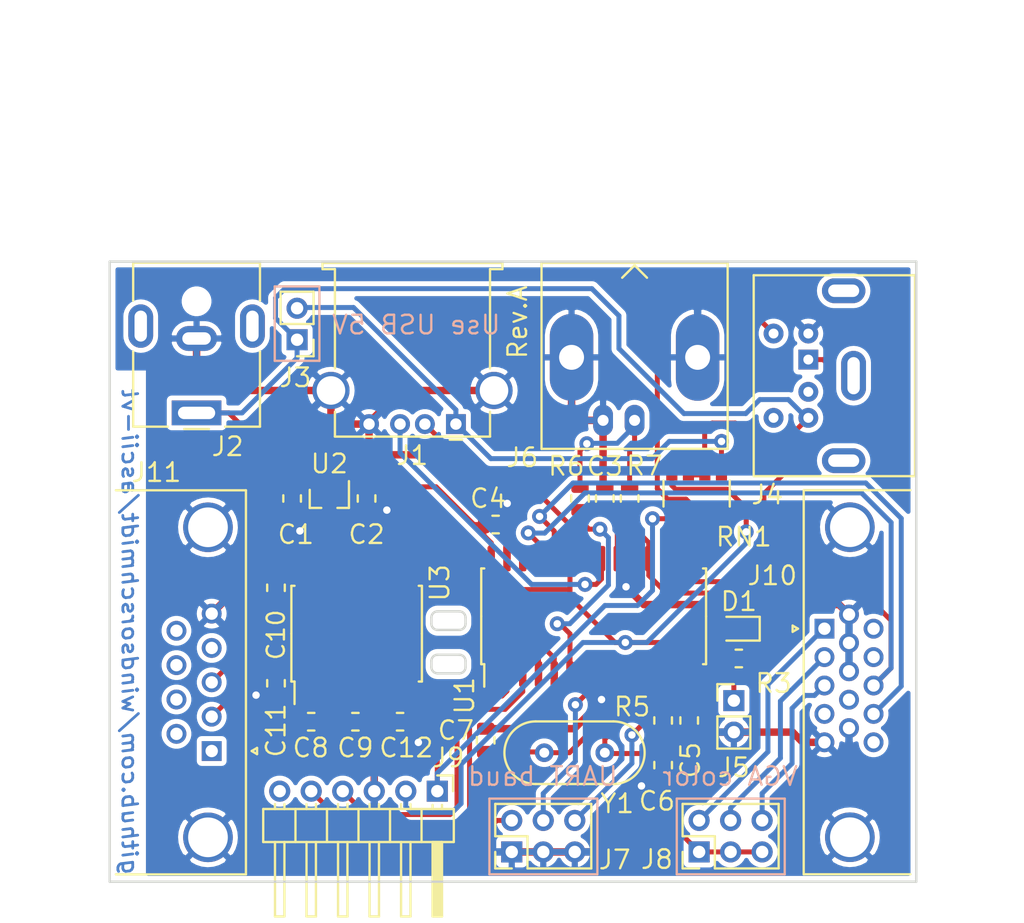
<source format=kicad_pcb>
(kicad_pcb (version 20171130) (host pcbnew 5.1.2)
  (layers (0 F.Cu signal) (31 B.Cu mixed) (34 B.Paste user) (35 F.Paste user) (36 B.SilkS user) (37 F.SilkS user) (38 B.Mask user) (39 F.Mask user) (44 Edge.Cuts user))
  (net 0 "")
  (net 1 +5V)
  (net 2 GND)
  (net 3 +3V3)
  (net 4 "Net-(C3-Pad1)")
  (net 5 "Net-(C6-Pad1)")
  (net 6 "Net-(C7-Pad1)")
  (net 7 "Net-(C8-Pad2)")
  (net 8 "Net-(C8-Pad1)")
  (net 9 "Net-(C9-Pad2)")
  (net 10 "Net-(C9-Pad1)")
  (net 11 "Net-(C11-Pad2)")
  (net 12 "Net-(C12-Pad2)")
  (net 13 "Net-(D1-Pad1)")
  (net 14 "Net-(J1-Pad3)")
  (net 15 "Net-(J1-Pad2)")
  (net 16 "Net-(J1-Pad1)")
  (net 17 "Net-(J5-Pad1)")
  (net 18 "Net-(J6-Pad1)")
  (net 19 "Net-(J10-Pad3)")
  (net 20 "Net-(J8-Pad1)")
  (net 21 "Net-(J10-Pad2)")
  (net 22 "Net-(J10-Pad1)")
  (net 23 "Net-(J9-Pad4)")
  (net 24 /MCLR)
  (net 25 "Net-(J10-Pad14)")
  (net 26 "Net-(J10-Pad13)")
  (net 27 "Net-(J11-Pad3)")
  (net 28 "Net-(J11-Pad2)")
  (net 29 "Net-(R5-Pad2)")
  (net 30 "Net-(R6-Pad2)")
  (net 31 "Net-(J4-Pad5)")
  (net 32 "Net-(J4-Pad1)")
  (net 33 "Net-(U1-Pad5)")
  (net 34 "Net-(U1-Pad4)")
  (net 35 "Net-(J7-Pad6)")
  (net 36 "Net-(J7-Pad4)")
  (net 37 "Net-(J7-Pad2)")
  (net 38 "Net-(RN1-Pad8)")
  (module win:MOUNT_ZIP_TIE_2X (layer F.Cu) (at 127.3 110.7)
    (fp_text reference MNT** hide)
    (fp_text value Mount_Zip_Tie hide)
    (fp_arc (start 0.875 1.5) (end 0.875 1) (angle 90) (layer Edge.Cuts) (width 0.19))
    (fp_arc (start 0.875 2) (end 1.375 2) (angle 90) (layer Edge.Cuts) (width 0.19))
    (fp_arc (start -0.875 2) (end -0.875 2.5) (angle 90) (layer Edge.Cuts) (width 0.19))
    (fp_arc (start -0.875 1.5) (end -1.375 1.5) (angle 90) (layer Edge.Cuts) (width 0.19))
    (fp_line (start -0.875 1) (end 0.875 1) (layer Edge.Cuts) (width 0.19))
    (fp_line (start 1.375 1.5) (end 1.375 2) (layer Edge.Cuts) (width 0.19))
    (fp_line (start 0.875 2.5) (end -0.875 2.5) (layer Edge.Cuts) (width 0.19))
    (fp_line (start -1.375 2) (end -1.375 1.5) (layer Edge.Cuts) (width 0.19))
    (fp_line (start -1.375 -1.5) (end -1.375 -2) (layer Edge.Cuts) (width 0.19))
    (fp_line (start 0.875 -1) (end -0.875 -1) (layer Edge.Cuts) (width 0.19))
    (fp_line (start 1.375 -2) (end 1.375 -1.5) (layer Edge.Cuts) (width 0.19))
    (fp_line (start -0.875 -2.5) (end 0.875 -2.5) (layer Edge.Cuts) (width 0.19))
    (fp_arc (start -0.875 -2) (end -1.375 -2) (angle 90) (layer Edge.Cuts) (width 0.19))
    (fp_arc (start -0.875 -1.5) (end -0.875 -1) (angle 90) (layer Edge.Cuts) (width 0.19))
    (fp_arc (start 0.875 -1.5) (end 1.375 -1.5) (angle 90) (layer Edge.Cuts) (width 0.19))
    (fp_arc (start 0.875 -2) (end 0.875 -2.5) (angle 90) (layer Edge.Cuts) (width 0.19))
  )
  (module Connector_PinHeader_2.54mm:PinHeader_1x02_P2.54mm_Vertical (layer F.Cu) (at 150.3 115.4)
    (fp_text reference J5 (at 0 5.4 180) (layer F.SilkS) (effects (font (size 1.5 1.5) (thickness 0.19))))
    (fp_text value BOOTLOAD)
    (pad 2 thru_hole oval (at 0 2.54) (size 1.7 1.7) (drill 1) (layers *.Cu *.Mask) (net 2 GND))
    (pad 1 thru_hole rect (at 0 0) (size 1.7 1.7) (drill 1) (layers *.Cu *.Mask) (net 17 "Net-(J5-Pad1)"))
  )
  (module Connector_Coaxial:BNC_Amphenol_B6252HB-NPP3G-50_Horizontal (layer F.Cu) (at 142.3 92.8)
    (fp_text reference J6 (at -9.05 3) (layer F.SilkS) (effects (font (size 1.5 1.5) (thickness 0.19))))
    (fp_text value 0731375003)
    (pad 2 thru_hole oval (at -2.54 0) (size 1.6 2.5) (drill 0.89) (layers *.Cu *.Mask) (net 2 GND))
    (pad 1 thru_hole oval (at 0 0) (size 1.6 2.5) (drill 0.89) (layers *.Cu *.Mask) (net 18 "Net-(J6-Pad1)"))
    (pad 2 thru_hole oval (at 5.08 -5.08) (size 3.5 7) (drill 2.01) (layers *.Cu *.Mask) (net 2 GND))
    (pad 2 thru_hole oval (at -5.08 -5.08) (size 3.5 7) (drill 2.01) (layers *.Cu *.Mask) (net 2 GND))
  )
  (module ascii-vt:Connector_Mini-DIN_Female_6Pin_2rows (layer F.Cu) (at 156.3 87.9 90)
    (fp_text reference J4 (at -10.9 -3.3) (layer F.SilkS) (effects (font (size 1.5 1.5) (thickness 0.19))))
    (fp_text value PS2_KEYBOARD)
    (pad "" thru_hole oval (at -8.15 2.85 90) (size 2 3.5) (drill oval 1 2.5) (layers *.Cu *.Mask))
    (pad "" thru_hole oval (at 5.55 2.85 90) (size 2 3.5) (drill oval 1 2.5) (layers *.Cu *.Mask))
    (pad 1 thru_hole rect (at 0 0 90) (size 1.6 1.6) (drill 0.8) (layers *.Cu *.Mask) (net 32 "Net-(J4-Pad1)"))
    (pad 2 thru_hole circle (at -2.6 0 90) (size 1.6 1.6) (drill 0.8) (layers *.Cu *.Mask))
    (pad 3 thru_hole circle (at 2.1 0 90) (size 1.6 1.6) (drill 0.8) (layers *.Cu *.Mask) (net 2 GND))
    (pad 4 thru_hole circle (at -4.7 0 90) (size 1.6 1.6) (drill 0.8) (layers *.Cu *.Mask) (net 1 +5V))
    (pad 5 thru_hole circle (at 2.1 -2.8 90) (size 1.6 1.6) (drill 0.8) (layers *.Cu *.Mask) (net 31 "Net-(J4-Pad5)"))
    (pad 6 thru_hole circle (at -4.7 -2.8 90) (size 1.6 1.6) (drill 0.8) (layers *.Cu *.Mask))
    (pad "" thru_hole oval (at -1.3 3.65 90) (size 4 2) (drill oval 3 1) (layers *.Cu *.Mask))
  )
  (module Crystal:Crystal_HC49-U_Vertical (layer F.Cu) (at 139.9 119.6 180)
    (fp_text reference Y1 (at -1 -4.1) (layer F.SilkS) (effects (font (size 1.5 1.5) (thickness 0.19))))
    (fp_text value ABL2-8.000MHZ-D3W-I-T)
    (pad 1 thru_hole circle (at 0 0 180) (size 1.5 1.5) (drill 0.8) (layers *.Cu *.Mask) (net 5 "Net-(C6-Pad1)"))
    (pad 2 thru_hole circle (at 4.88 0 180) (size 1.5 1.5) (drill 0.8) (layers *.Cu *.Mask) (net 6 "Net-(C7-Pad1)"))
  )
  (module Package_SO:SOIC-16W_7.5x10.3mm_P1.27mm (layer F.Cu) (at 119.9 110 90)
    (fp_text reference U3 (at 4.1 6.7 90) (layer F.SilkS) (effects (font (size 1.5 1.5) (thickness 0.19))))
    (fp_text value SP3232ECT)
    (pad 16 smd roundrect (at 4.65 -4.445 90) (size 2.05 0.6) (layers F.Cu F.Paste F.Mask) (net 1 +5V))
    (pad 15 smd roundrect (at 4.65 -3.175 90) (size 2.05 0.6) (layers F.Cu F.Paste F.Mask) (net 2 GND))
    (pad 14 smd roundrect (at 4.65 -1.905 90) (size 2.05 0.6) (layers F.Cu F.Paste F.Mask) (net 27 "Net-(J11-Pad3)"))
    (pad 13 smd roundrect (at 4.65 -0.635 90) (size 2.05 0.6) (layers F.Cu F.Paste F.Mask) (net 28 "Net-(J11-Pad2)"))
    (pad 12 smd roundrect (at 4.65 0.635 90) (size 2.05 0.6) (layers F.Cu F.Paste F.Mask) (net 33 "Net-(U1-Pad5)"))
    (pad 11 smd roundrect (at 4.65 1.905 90) (size 2.05 0.6) (layers F.Cu F.Paste F.Mask) (net 34 "Net-(U1-Pad4)"))
    (pad 10 smd roundrect (at 4.65 3.175 90) (size 2.05 0.6) (layers F.Cu F.Paste F.Mask))
    (pad 9 smd roundrect (at 4.65 4.445 90) (size 2.05 0.6) (layers F.Cu F.Paste F.Mask))
    (pad 8 smd roundrect (at -4.65 4.445 90) (size 2.05 0.6) (layers F.Cu F.Paste F.Mask))
    (pad 7 smd roundrect (at -4.65 3.175 90) (size 2.05 0.6) (layers F.Cu F.Paste F.Mask))
    (pad 6 smd roundrect (at -4.65 1.905 90) (size 2.05 0.6) (layers F.Cu F.Paste F.Mask) (net 12 "Net-(C12-Pad2)"))
    (pad 5 smd roundrect (at -4.65 0.635 90) (size 2.05 0.6) (layers F.Cu F.Paste F.Mask) (net 10 "Net-(C9-Pad1)"))
    (pad 4 smd roundrect (at -4.65 -0.635 90) (size 2.05 0.6) (layers F.Cu F.Paste F.Mask) (net 9 "Net-(C9-Pad2)"))
    (pad 3 smd roundrect (at -4.65 -1.905 90) (size 2.05 0.6) (layers F.Cu F.Paste F.Mask) (net 8 "Net-(C8-Pad1)"))
    (pad 2 smd roundrect (at -4.65 -3.175 90) (size 2.05 0.6) (layers F.Cu F.Paste F.Mask) (net 11 "Net-(C11-Pad2)"))
    (pad 1 smd roundrect (at -4.65 -4.445 90) (size 2.05 0.6) (layers F.Cu F.Paste F.Mask) (net 7 "Net-(C8-Pad2)"))
  )
  (module Package_TO_SOT_SMD:SOT-23 (layer F.Cu) (at 117.7 99.1 270)
    (fp_text reference U2 (at -2.8 0 180) (layer F.SilkS) (effects (font (size 1.5 1.5) (thickness 0.19))))
    (fp_text value LM3480-5.0)
    (pad 3 smd rect (at 1 0 270) (size 0.9 0.8) (layers F.Cu F.Paste F.Mask) (net 2 GND))
    (pad 2 smd rect (at -1 0.95 270) (size 0.9 0.8) (layers F.Cu F.Paste F.Mask) (net 1 +5V))
    (pad 1 smd rect (at -1 -0.95 270) (size 0.9 0.8) (layers F.Cu F.Paste F.Mask) (net 3 +3V3))
  )
  (module Package_SO:SOIC-28W_7.5x17.9mm_P1.27mm (layer F.Cu) (at 139 108.6 90)
    (fp_text reference U1 (at -6.4 -10.4 90) (layer F.SilkS) (effects (font (size 1.5 1.5) (thickness 0.19))))
    (fp_text value PIC32MX250F128B)
    (pad 28 smd roundrect (at 4.65 -8.255 90) (size 2.05 0.6) (layers F.Cu F.Paste F.Mask) (net 3 +3V3))
    (pad 27 smd roundrect (at 4.65 -6.985 90) (size 2.05 0.6) (layers F.Cu F.Paste F.Mask) (net 2 GND))
    (pad 26 smd roundrect (at 4.65 -5.715 90) (size 2.05 0.6) (layers F.Cu F.Paste F.Mask))
    (pad 25 smd roundrect (at 4.65 -4.445 90) (size 2.05 0.6) (layers F.Cu F.Paste F.Mask) (net 26 "Net-(J10-Pad13)"))
    (pad 24 smd roundrect (at 4.65 -3.175 90) (size 2.05 0.6) (layers F.Cu F.Paste F.Mask) (net 25 "Net-(J10-Pad14)"))
    (pad 23 smd roundrect (at 4.65 -1.905 90) (size 2.05 0.6) (layers F.Cu F.Paste F.Mask) (net 3 +3V3))
    (pad 22 smd roundrect (at 4.65 -0.635 90) (size 2.05 0.6) (layers F.Cu F.Paste F.Mask) (net 15 "Net-(J1-Pad2)"))
    (pad 21 smd roundrect (at 4.65 0.635 90) (size 2.05 0.6) (layers F.Cu F.Paste F.Mask) (net 14 "Net-(J1-Pad3)"))
    (pad 20 smd roundrect (at 4.65 1.905 90) (size 2.05 0.6) (layers F.Cu F.Paste F.Mask) (net 4 "Net-(C3-Pad1)"))
    (pad 19 smd roundrect (at 4.65 3.175 90) (size 2.05 0.6) (layers F.Cu F.Paste F.Mask) (net 2 GND))
    (pad 18 smd roundrect (at 4.65 4.445 90) (size 2.05 0.6) (layers F.Cu F.Paste F.Mask) (net 26 "Net-(J10-Pad13)"))
    (pad 17 smd roundrect (at 4.65 5.715 90) (size 2.05 0.6) (layers F.Cu F.Paste F.Mask) (net 31 "Net-(J4-Pad5)"))
    (pad 16 smd roundrect (at 4.65 6.985 90) (size 2.05 0.6) (layers F.Cu F.Paste F.Mask) (net 32 "Net-(J4-Pad1)"))
    (pad 15 smd roundrect (at 4.65 8.255 90) (size 2.05 0.6) (layers F.Cu F.Paste F.Mask) (net 38 "Net-(RN1-Pad8)"))
    (pad 14 smd roundrect (at -4.65 8.255 90) (size 2.05 0.6) (layers F.Cu F.Paste F.Mask) (net 17 "Net-(J5-Pad1)"))
    (pad 13 smd roundrect (at -4.65 6.985 90) (size 2.05 0.6) (layers F.Cu F.Paste F.Mask) (net 3 +3V3))
    (pad 12 smd roundrect (at -4.65 5.715 90) (size 2.05 0.6) (layers F.Cu F.Paste F.Mask) (net 29 "Net-(R5-Pad2)"))
    (pad 11 smd roundrect (at -4.65 4.445 90) (size 2.05 0.6) (layers F.Cu F.Paste F.Mask) (net 35 "Net-(J7-Pad6)"))
    (pad 10 smd roundrect (at -4.65 3.175 90) (size 2.05 0.6) (layers F.Cu F.Paste F.Mask) (net 5 "Net-(C6-Pad1)"))
    (pad 9 smd roundrect (at -4.65 1.905 90) (size 2.05 0.6) (layers F.Cu F.Paste F.Mask) (net 6 "Net-(C7-Pad1)"))
    (pad 8 smd roundrect (at -4.65 0.635 90) (size 2.05 0.6) (layers F.Cu F.Paste F.Mask) (net 2 GND))
    (pad 7 smd roundrect (at -4.65 -0.635 90) (size 2.05 0.6) (layers F.Cu F.Paste F.Mask) (net 36 "Net-(J7-Pad4)"))
    (pad 6 smd roundrect (at -4.65 -1.905 90) (size 2.05 0.6) (layers F.Cu F.Paste F.Mask) (net 30 "Net-(R6-Pad2)"))
    (pad 5 smd roundrect (at -4.65 -3.175 90) (size 2.05 0.6) (layers F.Cu F.Paste F.Mask) (net 33 "Net-(U1-Pad5)"))
    (pad 4 smd roundrect (at -4.65 -4.445 90) (size 2.05 0.6) (layers F.Cu F.Paste F.Mask) (net 34 "Net-(U1-Pad4)"))
    (pad 3 smd roundrect (at -4.65 -5.715 90) (size 2.05 0.6) (layers F.Cu F.Paste F.Mask) (net 37 "Net-(J7-Pad2)"))
    (pad 2 smd roundrect (at -4.65 -6.985 90) (size 2.05 0.6) (layers F.Cu F.Paste F.Mask) (net 23 "Net-(J9-Pad4)"))
    (pad 1 smd roundrect (at -4.65 -8.255 90) (size 2.05 0.6) (layers F.Cu F.Paste F.Mask) (net 24 /MCLR))
  )
  (module Resistor_SMD:R_Array_Convex_4x1206 (layer F.Cu) (at 147.3 98.7 270)
    (fp_text reference RN1 (at 3.5 -3.8) (layer F.SilkS) (effects (font (size 1.5 1.5) (thickness 0.19))))
    (fp_text value 4.7K)
    (pad 6 smd rect (at 1.5 0.66 270) (size 0.9 0.9) (layers F.Cu F.Paste F.Mask) (net 31 "Net-(J4-Pad5)"))
    (pad 5 smd rect (at 1.5 2 270) (size 0.9 0.9) (layers F.Cu F.Paste F.Mask) (net 24 /MCLR))
    (pad 8 smd rect (at 1.5 -2 270) (size 0.9 0.9) (layers F.Cu F.Paste F.Mask) (net 38 "Net-(RN1-Pad8)"))
    (pad 7 smd rect (at 1.5 -0.66 270) (size 0.9 0.9) (layers F.Cu F.Paste F.Mask) (net 32 "Net-(J4-Pad1)"))
    (pad 3 smd rect (at -1.5 0.66 270) (size 0.9 0.9) (layers F.Cu F.Paste F.Mask) (net 1 +5V))
    (pad 2 smd rect (at -1.5 -0.66 270) (size 0.9 0.9) (layers F.Cu F.Paste F.Mask) (net 1 +5V))
    (pad 4 smd rect (at -1.5 2 270) (size 0.9 0.9) (layers F.Cu F.Paste F.Mask) (net 3 +3V3))
    (pad 1 smd rect (at -1.5 -2 270) (size 0.9 0.9) (layers F.Cu F.Paste F.Mask) (net 16 "Net-(J1-Pad1)"))
  )
  (module Resistor_SMD:R_0805_2012Metric (layer F.Cu) (at 141.9 99.1 270)
    (fp_text reference R7 (at -2.64 -1.2 180) (layer F.SilkS) (effects (font (size 1.5 1.5) (thickness 0.19))))
    (fp_text value 470)
    (pad 2 smd roundrect (at 0.9375 0 270) (size 0.975 1.4) (layers F.Cu F.Paste F.Mask) (net 26 "Net-(J10-Pad13)"))
    (pad 1 smd roundrect (at -0.9375 0 270) (size 0.975 1.4) (layers F.Cu F.Paste F.Mask) (net 18 "Net-(J6-Pad1)"))
  )
  (module Resistor_SMD:R_0805_2012Metric (layer F.Cu) (at 137.9 99.1 270)
    (fp_text reference R6 (at -2.612 1.1 180) (layer F.SilkS) (effects (font (size 1.5 1.5) (thickness 0.19))))
    (fp_text value 150)
    (pad 2 smd roundrect (at 0.9375 0 270) (size 0.975 1.4) (layers F.Cu F.Paste F.Mask) (net 30 "Net-(R6-Pad2)"))
    (pad 1 smd roundrect (at -0.9375 0 270) (size 0.975 1.4) (layers F.Cu F.Paste F.Mask) (net 18 "Net-(J6-Pad1)"))
  )
  (module Resistor_SMD:R_0805_2012Metric (layer F.Cu) (at 144.6 117 90)
    (fp_text reference R5 (at 1.1 -2.5 180) (layer F.SilkS) (effects (font (size 1.5 1.5) (thickness 0.19))))
    (fp_text value 220)
    (pad 2 smd roundrect (at 0.9375 0 90) (size 0.975 1.4) (layers F.Cu F.Paste F.Mask) (net 29 "Net-(R5-Pad2)"))
    (pad 1 smd roundrect (at -0.9375 0 90) (size 0.975 1.4) (layers F.Cu F.Paste F.Mask) (net 20 "Net-(J8-Pad1)"))
  )
  (module Resistor_SMD:R_0805_2012Metric (layer F.Cu) (at 150.7 112)
    (fp_text reference R3 (at 2.8 2 180) (layer F.SilkS) (effects (font (size 1.5 1.5) (thickness 0.19))))
    (fp_text value R_US)
    (pad 1 smd roundrect (at -0.9375 0) (size 0.975 1.4) (layers F.Cu F.Paste F.Mask) (net 17 "Net-(J5-Pad1)"))
    (pad 2 smd roundrect (at 0.9375 0) (size 0.975 1.4) (layers F.Cu F.Paste F.Mask) (net 13 "Net-(D1-Pad1)"))
  )
  (module Connector_Dsub:DSUB-9_Female_Horizontal_P2.77x2.84mm_EdgePinOffset4.94mm_Housed_MountingHolesOffset7.48mm (layer F.Cu) (at 108.219 119.463 270)
    (fp_text reference J11 (at -22.469 4.449 180) (layer F.SilkS) (effects (font (size 1.5 1.5) (thickness 0.19))))
    (fp_text value DB9_Female)
    (pad 0 thru_hole circle (at 6.96 0.3 270) (size 4 4) (drill 3.2) (layers *.Cu *.Mask) (net 2 GND))
    (pad 0 thru_hole circle (at -18.04 0.3 270) (size 4 4) (drill 3.2) (layers *.Cu *.Mask) (net 2 GND))
    (pad 9 thru_hole circle (at -9.695 2.84 270) (size 1.6 1.6) (drill 1) (layers *.Cu *.Mask))
    (pad 8 thru_hole circle (at -6.925 2.84 270) (size 1.6 1.6) (drill 1) (layers *.Cu *.Mask))
    (pad 7 thru_hole circle (at -4.155 2.84 270) (size 1.6 1.6) (drill 1) (layers *.Cu *.Mask))
    (pad 6 thru_hole circle (at -1.385 2.84 270) (size 1.6 1.6) (drill 1) (layers *.Cu *.Mask))
    (pad 5 thru_hole circle (at -11.08 0 270) (size 1.6 1.6) (drill 1) (layers *.Cu *.Mask) (net 2 GND))
    (pad 4 thru_hole circle (at -8.31 0 270) (size 1.6 1.6) (drill 1) (layers *.Cu *.Mask))
    (pad 3 thru_hole circle (at -5.54 0 270) (size 1.6 1.6) (drill 1) (layers *.Cu *.Mask) (net 27 "Net-(J11-Pad3)"))
    (pad 2 thru_hole circle (at -2.77 0 270) (size 1.6 1.6) (drill 1) (layers *.Cu *.Mask) (net 28 "Net-(J11-Pad2)"))
    (pad 1 thru_hole rect (at 0 0 270) (size 1.6 1.6) (drill 1) (layers *.Cu *.Mask))
  )
  (module Connector_Dsub:DSUB-15-HD_Female_Horizontal_P2.29x1.98mm_EdgePinOffset3.03mm_Housed_MountingHolesOffset4.94mm (layer F.Cu) (at 157.6 109.6 90)
    (fp_text reference J10 (at 4.282 -4.202 180) (layer F.SilkS) (effects (font (size 1.5 1.5) (thickness 0.19))))
    (fp_text value VGA_OUT)
    (pad 0 thru_hole circle (at 8.185 2.05 90) (size 4 4) (drill 3.2) (layers *.Cu *.Mask) (net 2 GND))
    (pad 0 thru_hole circle (at -16.815 2.05 90) (size 4 4) (drill 3.2) (layers *.Cu *.Mask) (net 2 GND))
    (pad 15 thru_hole circle (at -9.16 3.96 90) (size 1.6 1.6) (drill 1) (layers *.Cu *.Mask))
    (pad 14 thru_hole circle (at -6.87 3.96 90) (size 1.6 1.6) (drill 1) (layers *.Cu *.Mask) (net 25 "Net-(J10-Pad14)"))
    (pad 13 thru_hole circle (at -4.58 3.96 90) (size 1.6 1.6) (drill 1) (layers *.Cu *.Mask) (net 26 "Net-(J10-Pad13)"))
    (pad 12 thru_hole circle (at -2.29 3.96 90) (size 1.6 1.6) (drill 1) (layers *.Cu *.Mask))
    (pad 11 thru_hole circle (at 0 3.96 90) (size 1.6 1.6) (drill 1) (layers *.Cu *.Mask))
    (pad 10 thru_hole circle (at -8.015 1.98 90) (size 1.6 1.6) (drill 1) (layers *.Cu *.Mask) (net 2 GND))
    (pad 9 thru_hole circle (at -5.725 1.98 90) (size 1.6 1.6) (drill 1) (layers *.Cu *.Mask))
    (pad 8 thru_hole circle (at -3.435 1.98 90) (size 1.6 1.6) (drill 1) (layers *.Cu *.Mask) (net 2 GND))
    (pad 7 thru_hole circle (at -1.145 1.98 90) (size 1.6 1.6) (drill 1) (layers *.Cu *.Mask) (net 2 GND))
    (pad 6 thru_hole circle (at 1.145 1.98 90) (size 1.6 1.6) (drill 1) (layers *.Cu *.Mask) (net 2 GND))
    (pad 5 thru_hole circle (at -9.16 0 90) (size 1.6 1.6) (drill 1) (layers *.Cu *.Mask) (net 2 GND))
    (pad 4 thru_hole circle (at -6.87 0 90) (size 1.6 1.6) (drill 1) (layers *.Cu *.Mask))
    (pad 3 thru_hole circle (at -4.58 0 90) (size 1.6 1.6) (drill 1) (layers *.Cu *.Mask) (net 19 "Net-(J10-Pad3)"))
    (pad 2 thru_hole circle (at -2.29 0 90) (size 1.6 1.6) (drill 1) (layers *.Cu *.Mask) (net 21 "Net-(J10-Pad2)"))
    (pad 1 thru_hole rect (at 0 0 90) (size 1.6 1.6) (drill 1) (layers *.Cu *.Mask) (net 22 "Net-(J10-Pad1)"))
  )
  (module Connector_PinHeader_2.54mm:PinHeader_1x06_P2.54mm_Horizontal (layer F.Cu) (at 126.4 122.7 270)
    (fp_text reference J9 (at -2.7 -0.9 180) (layer F.SilkS) (effects (font (size 1.5 1.5) (thickness 0.19))))
    (fp_text value ISP)
    (pad 6 thru_hole oval (at 0 12.7 270) (size 1.7 1.7) (drill 1) (layers *.Cu *.Mask))
    (pad 5 thru_hole oval (at 0 10.16 270) (size 1.7 1.7) (drill 1) (layers *.Cu *.Mask) (net 37 "Net-(J7-Pad2)"))
    (pad 4 thru_hole oval (at 0 7.62 270) (size 1.7 1.7) (drill 1) (layers *.Cu *.Mask) (net 23 "Net-(J9-Pad4)"))
    (pad 3 thru_hole oval (at 0 5.08 270) (size 1.7 1.7) (drill 1) (layers *.Cu *.Mask) (net 2 GND))
    (pad 2 thru_hole oval (at 0 2.54 270) (size 1.7 1.7) (drill 1) (layers *.Cu *.Mask) (net 3 +3V3))
    (pad 1 thru_hole rect (at 0 0 270) (size 1.7 1.7) (drill 1) (layers *.Cu *.Mask) (net 24 /MCLR))
  )
  (module Connector_PinHeader_2.54mm:PinHeader_2x03_P2.54mm_Vertical (layer F.Cu) (at 147.5 127.6 90)
    (fp_text reference J8 (at -0.6 -3.4 180) (layer F.SilkS) (effects (font (size 1.5 1.5) (thickness 0.19))))
    (fp_text value VGA_COLOR)
    (pad 6 thru_hole oval (at 2.54 5.08 90) (size 1.7 1.7) (drill 1) (layers *.Cu *.Mask) (net 19 "Net-(J10-Pad3)"))
    (pad 5 thru_hole oval (at 0 5.08 90) (size 1.7 1.7) (drill 1) (layers *.Cu *.Mask) (net 20 "Net-(J8-Pad1)"))
    (pad 4 thru_hole oval (at 2.54 2.54 90) (size 1.7 1.7) (drill 1) (layers *.Cu *.Mask) (net 21 "Net-(J10-Pad2)"))
    (pad 3 thru_hole oval (at 0 2.54 90) (size 1.7 1.7) (drill 1) (layers *.Cu *.Mask) (net 20 "Net-(J8-Pad1)"))
    (pad 2 thru_hole oval (at 2.54 0 90) (size 1.7 1.7) (drill 1) (layers *.Cu *.Mask) (net 22 "Net-(J10-Pad1)"))
    (pad 1 thru_hole rect (at 0 0 90) (size 1.7 1.7) (drill 1) (layers *.Cu *.Mask) (net 20 "Net-(J8-Pad1)"))
  )
  (module Connector_PinHeader_2.54mm:PinHeader_2x03_P2.54mm_Vertical (layer F.Cu) (at 132.4 127.6 90)
    (fp_text reference J7 (at -0.63 8.3 180) (layer F.SilkS) (effects (font (size 1.5 1.5) (thickness 0.19))))
    (fp_text value BAUD_SEL)
    (pad 6 thru_hole oval (at 2.54 5.08 90) (size 1.7 1.7) (drill 1) (layers *.Cu *.Mask) (net 35 "Net-(J7-Pad6)"))
    (pad 5 thru_hole oval (at 0 5.08 90) (size 1.7 1.7) (drill 1) (layers *.Cu *.Mask) (net 2 GND))
    (pad 4 thru_hole oval (at 2.54 2.54 90) (size 1.7 1.7) (drill 1) (layers *.Cu *.Mask) (net 36 "Net-(J7-Pad4)"))
    (pad 3 thru_hole oval (at 0 2.54 90) (size 1.7 1.7) (drill 1) (layers *.Cu *.Mask) (net 2 GND))
    (pad 2 thru_hole oval (at 2.54 0 90) (size 1.7 1.7) (drill 1) (layers *.Cu *.Mask) (net 37 "Net-(J7-Pad2)"))
    (pad 1 thru_hole rect (at 0 0 90) (size 1.7 1.7) (drill 1) (layers *.Cu *.Mask) (net 2 GND))
  )
  (module Connector_PinHeader_2.54mm:PinHeader_1x02_P2.54mm_Vertical (layer F.Cu) (at 115.1 86.3 180)
    (fp_text reference J3 (at 0.135 -3.05) (layer F.SilkS) (effects (font (size 1.5 1.5) (thickness 0.19))))
    (fp_text value USE_USB_5V)
    (pad 2 thru_hole oval (at 0 2.54 180) (size 1.7 1.7) (drill 1) (layers *.Cu *.Mask) (net 16 "Net-(J1-Pad1)"))
    (pad 1 thru_hole rect (at 0 0 180) (size 1.7 1.7) (drill 1) (layers *.Cu *.Mask) (net 1 +5V))
  )
  (module Connector_BarrelJack:BarrelJack_CUI_PJ-063AH_Horizontal (layer F.Cu) (at 107 92.2 180)
    (fp_text reference J2 (at -2.501 -2.711 180) (layer F.SilkS) (effects (font (size 1.5 1.5) (thickness 0.19))))
    (fp_text value PJ-063AH)
    (pad "" np_thru_hole circle (at 0 9 180) (size 1.6 1.6) (drill 1.6) (layers *.Cu *.Mask))
    (pad MP thru_hole oval (at 4.5 7 180) (size 2 3.5) (drill oval 1 2.5) (layers *.Cu *.Mask))
    (pad MP thru_hole oval (at -4.5 7 180) (size 2 3.5) (drill oval 1 2.5) (layers *.Cu *.Mask))
    (pad 2 thru_hole oval (at 0 6 180) (size 3.3 2) (drill oval 2.3 1) (layers *.Cu *.Mask) (net 2 GND))
    (pad 1 thru_hole rect (at 0 0 180) (size 4 2) (drill oval 3 1) (layers *.Cu *.Mask) (net 1 +5V))
  )
  (module Connector_USB:USB_A_Stewart_SS-52100-001_Horizontal (layer F.Cu) (at 127.9 93.1 180)
    (fp_text reference J1 (at 3.52 -2.529) (layer F.SilkS) (effects (font (size 1.5 1.5) (thickness 0.19))))
    (fp_text value SS-52100-001)
    (pad 4 thru_hole circle (at 7 0 180) (size 1.6 1.6) (drill 0.92) (layers *.Cu *.Mask) (net 2 GND))
    (pad 3 thru_hole circle (at 4.5 0 180) (size 1.6 1.6) (drill 0.92) (layers *.Cu *.Mask) (net 14 "Net-(J1-Pad3)"))
    (pad 2 thru_hole circle (at 2.5 0 180) (size 1.6 1.6) (drill 0.92) (layers *.Cu *.Mask) (net 15 "Net-(J1-Pad2)"))
    (pad 1 thru_hole rect (at 0 0 180) (size 1.6 1.6) (drill 0.92) (layers *.Cu *.Mask) (net 16 "Net-(J1-Pad1)"))
    (pad 5 thru_hole circle (at -3.07 2.71 180) (size 3 3) (drill 2.3) (layers *.Cu *.Mask) (net 2 GND))
    (pad 5 thru_hole circle (at 10.07 2.71 180) (size 3 3) (drill 2.3) (layers *.Cu *.Mask) (net 2 GND))
  )
  (module LED_SMD:LED_0805_2012Metric (layer F.Cu) (at 150.7 109.6 180)
    (fp_text reference D1 (at 0 2.2) (layer F.SilkS) (effects (font (size 1.5 1.5) (thickness 0.19))))
    (fp_text value LED)
    (pad 1 smd roundrect (at -0.9375 0 180) (size 0.975 1.4) (layers F.Cu F.Paste F.Mask) (net 13 "Net-(D1-Pad1)"))
    (pad 2 smd roundrect (at 0.9375 0 180) (size 0.975 1.4) (layers F.Cu F.Paste F.Mask) (net 3 +3V3))
  )
  (module Capacitor_SMD:C_0805_2012Metric (layer F.Cu) (at 123.4 117.1 180)
    (fp_text reference C12 (at -0.5 -2.1) (layer F.SilkS) (effects (font (size 1.5 1.5) (thickness 0.19))))
    (fp_text value 100n)
    (pad 2 smd roundrect (at 0.9375 0 180) (size 0.975 1.4) (layers F.Cu F.Paste F.Mask) (net 12 "Net-(C12-Pad2)"))
    (pad 1 smd roundrect (at -0.9375 0 180) (size 0.975 1.4) (layers F.Cu F.Paste F.Mask) (net 2 GND))
  )
  (module Capacitor_SMD:C_0805_2012Metric (layer F.Cu) (at 113.4 114 90)
    (fp_text reference C11 (at -3.8 0 90) (layer F.SilkS) (effects (font (size 1.5 1.5) (thickness 0.19))))
    (fp_text value 100n)
    (pad 1 smd roundrect (at -0.9375 0 90) (size 0.975 1.4) (layers F.Cu F.Paste F.Mask) (net 2 GND))
    (pad 2 smd roundrect (at 0.9375 0 90) (size 0.975 1.4) (layers F.Cu F.Paste F.Mask) (net 11 "Net-(C11-Pad2)"))
  )
  (module Capacitor_SMD:C_0805_2012Metric (layer F.Cu) (at 113.4 106.3 90)
    (fp_text reference C10 (at -3.8 0 90) (layer F.SilkS) (effects (font (size 1.4 1.4) (thickness 0.19))))
    (fp_text value 100n)
    (pad 2 smd roundrect (at 0.9375 0 90) (size 0.975 1.4) (layers F.Cu F.Paste F.Mask) (net 1 +5V))
    (pad 1 smd roundrect (at -0.9375 0 90) (size 0.975 1.4) (layers F.Cu F.Paste F.Mask) (net 2 GND))
  )
  (module Capacitor_SMD:C_0805_2012Metric (layer F.Cu) (at 119.8 117.1 180)
    (fp_text reference C9 (at 0 -2.1) (layer F.SilkS) (effects (font (size 1.5 1.5) (thickness 0.19))))
    (fp_text value 100n)
    (pad 2 smd roundrect (at 0.9375 0 180) (size 0.975 1.4) (layers F.Cu F.Paste F.Mask) (net 9 "Net-(C9-Pad2)"))
    (pad 1 smd roundrect (at -0.9375 0 180) (size 0.975 1.4) (layers F.Cu F.Paste F.Mask) (net 10 "Net-(C9-Pad1)"))
  )
  (module Capacitor_SMD:C_0805_2012Metric (layer F.Cu) (at 116.238 117.1 180)
    (fp_text reference C8 (at 0.038 -2.1) (layer F.SilkS) (effects (font (size 1.5 1.5) (thickness 0.19))))
    (fp_text value 100n)
    (pad 2 smd roundrect (at 0.9375 0 180) (size 0.975 1.4) (layers F.Cu F.Paste F.Mask) (net 7 "Net-(C8-Pad2)"))
    (pad 1 smd roundrect (at -0.9375 0 180) (size 0.975 1.4) (layers F.Cu F.Paste F.Mask) (net 8 "Net-(C8-Pad1)"))
  )
  (module Capacitor_SMD:C_0805_2012Metric (layer F.Cu) (at 130.3 118.6 90)
    (fp_text reference C7 (at 0.8 -2.4 180) (layer F.SilkS) (effects (font (size 1.5 1.5) (thickness 0.19))))
    (fp_text value 27p)
    (pad 2 smd roundrect (at 0.9375 0 90) (size 0.975 1.4) (layers F.Cu F.Paste F.Mask) (net 2 GND))
    (pad 1 smd roundrect (at -0.9375 0 90) (size 0.975 1.4) (layers F.Cu F.Paste F.Mask) (net 6 "Net-(C7-Pad1)"))
  )
  (module Capacitor_SMD:C_0805_2012Metric (layer F.Cu) (at 144.6 120.6 270)
    (fp_text reference C6 (at 2.9 0.5 180) (layer F.SilkS) (effects (font (size 1.5 1.5) (thickness 0.19))))
    (fp_text value 27p)
    (pad 2 smd roundrect (at 0.9375 0 270) (size 0.975 1.4) (layers F.Cu F.Paste F.Mask) (net 2 GND))
    (pad 1 smd roundrect (at -0.9375 0 270) (size 0.975 1.4) (layers F.Cu F.Paste F.Mask) (net 5 "Net-(C6-Pad1)"))
  )
  (module Capacitor_SMD:C_0805_2012Metric (layer F.Cu) (at 146.7 117 90)
    (fp_text reference C5 (at -3.2 0.1 270) (layer F.SilkS) (effects (font (size 1.5 1.5) (thickness 0.19))))
    (fp_text value 100n)
    (pad 2 smd roundrect (at 0.9375 0 90) (size 0.975 1.4) (layers F.Cu F.Paste F.Mask) (net 3 +3V3))
    (pad 1 smd roundrect (at -0.9375 0 90) (size 0.975 1.4) (layers F.Cu F.Paste F.Mask) (net 2 GND))
  )
  (module Capacitor_SMD:C_0805_2012Metric (layer F.Cu) (at 131.1 101.2 180)
    (fp_text reference C4 (at 0.6 2.1) (layer F.SilkS) (effects (font (size 1.5 1.5) (thickness 0.19))))
    (fp_text value 100n)
    (pad 2 smd roundrect (at 0.9375 0 180) (size 0.975 1.4) (layers F.Cu F.Paste F.Mask) (net 3 +3V3))
    (pad 1 smd roundrect (at -0.9375 0 180) (size 0.975 1.4) (layers F.Cu F.Paste F.Mask) (net 2 GND))
  )
  (module Capacitor_SMD:C_0805_2012Metric (layer F.Cu) (at 139.9 99.1 90)
    (fp_text reference C3 (at 2.6 0 180) (layer F.SilkS) (effects (font (size 1.5 1.5) (thickness 0.19))))
    (fp_text value 10u/16V)
    (pad 2 smd roundrect (at 0.9375 0 90) (size 0.975 1.4) (layers F.Cu F.Paste F.Mask) (net 2 GND))
    (pad 1 smd roundrect (at -0.9375 0 90) (size 0.975 1.4) (layers F.Cu F.Paste F.Mask) (net 4 "Net-(C3-Pad1)"))
  )
  (module Capacitor_SMD:C_0805_2012Metric (layer F.Cu) (at 120.7 99.1 270)
    (fp_text reference C2 (at 2.9 0 180) (layer F.SilkS) (effects (font (size 1.5 1.5) (thickness 0.19))))
    (fp_text value 10u/16V)
    (pad 2 smd roundrect (at 0.9375 0 270) (size 0.975 1.4) (layers F.Cu F.Paste F.Mask) (net 2 GND))
    (pad 1 smd roundrect (at -0.9375 0 270) (size 0.975 1.4) (layers F.Cu F.Paste F.Mask) (net 3 +3V3))
  )
  (module Capacitor_SMD:C_0805_2012Metric (layer F.Cu) (at 114.7 99.1 90)
    (fp_text reference C1 (at -2.9 0.3 180) (layer F.SilkS) (effects (font (size 1.5 1.5) (thickness 0.19))))
    (fp_text value 10u/16V)
    (pad 2 smd roundrect (at 0.9375 0 90) (size 0.975 1.4) (layers F.Cu F.Paste F.Mask) (net 1 +5V))
    (pad 1 smd roundrect (at -0.9375 0 90) (size 0.975 1.4) (layers F.Cu F.Paste F.Mask) (net 2 GND))
  )
  (gr_text Rev.A (at 132.866 84.886 90) (layer F.SilkS) (effects (font (size 1.5 1.5) (thickness 0.19))))
  (gr_text "github.com/windsorschmidt/ascii-vt " (at 101.6 129.6 270) (layer B.Cu) (effects (font (size 1.2 1.4) (thickness 0.22) italic) (justify left mirror)))
  (gr_text "UART baud" (at 134.9 121.5) (layer B.SilkS) (effects (font (size 1.5 1.5) (thickness 0.19)) (justify mirror)))
  (gr_text "VGA color" (at 150 121.5) (layer B.SilkS) (effects (font (size 1.5 1.5) (thickness 0.19)) (justify mirror)))
  (gr_line (start 154.4 129.4) (end 145.7 129.4) (layer B.SilkS) (width 0.19))
  (gr_line (start 145.7 123.3) (end 154.4 123.3) (layer B.SilkS) (width 0.19))
  (gr_line (start 145.7 129.4) (end 145.7 123.3) (layer B.SilkS) (width 0.19))
  (gr_line (start 154.4 123.3) (end 154.4 129.4) (layer B.SilkS) (width 0.19))
  (gr_line (start 139.3 129.4) (end 130.6 129.4) (layer B.SilkS) (width 0.19))
  (gr_line (start 139.3 123.3) (end 139.3 129.4) (layer B.SilkS) (width 0.19))
  (gr_line (start 130.6 123.3) (end 139.3 123.3) (layer B.SilkS) (width 0.19))
  (gr_line (start 130.6 129.4) (end 130.6 123.3) (layer B.SilkS) (width 0.19))
  (gr_line (start 116.9 88) (end 113.3 88) (layer B.SilkS) (width 0.19))
  (gr_line (start 116.9 82) (end 116.9 88) (layer B.SilkS) (width 0.19))
  (gr_line (start 113.3 82) (end 116.9 82) (layer B.SilkS) (width 0.19))
  (gr_line (start 113.3 88) (end 113.3 82) (layer B.SilkS) (width 0.19))
  (gr_text "Use USB 5V" (at 124.7 85.1) (layer B.SilkS) (effects (font (size 1.5 1.5) (thickness 0.19)) (justify mirror)))
  (gr_line (start 165 130) (end 100 130) (layer Edge.Cuts) (width 0.19))
  (gr_line (start 165 80) (end 165 130) (layer Edge.Cuts) (width 0.19))
  (gr_line (start 100 80) (end 165 80) (layer Edge.Cuts) (width 0.19))
  (gr_line (start 100 130) (end 100 80) (layer Edge.Cuts) (width 0.19))
  (segment (start 146.64 97.2) (end 147.6903 97.2) (width 0.4) (layer F.Cu) (net 1))
  (segment (start 147.96 96.9414) (end 147.9489 96.9414) (width 0.4) (layer F.Cu) (net 1))
  (segment (start 147.9489 96.9414) (end 147.6903 97.2) (width 0.4) (layer F.Cu) (net 1))
  (segment (start 147.96 97.2) (end 147.96 96.9414) (width 0.4) (layer F.Cu) (net 1))
  (segment (start 113.4 105.35) (end 113.4 105.3625) (width 0.4) (layer F.Cu) (net 1))
  (segment (start 113.4 105.35) (end 115.455 105.35) (width 0.4) (layer F.Cu) (net 1))
  (segment (start 114.7625 98.1) (end 116.75 98.1) (width 0.4) (layer F.Cu) (net 1))
  (segment (start 114.7625 98.1) (end 114.7 98.1625) (width 0.4) (layer F.Cu) (net 1))
  (segment (start 113.3755 99.1515) (end 113.3755 105.3255) (width 0.4) (layer F.Cu) (net 1))
  (segment (start 113.3755 105.3255) (end 113.4 105.35) (width 0.4) (layer F.Cu) (net 1))
  (segment (start 114.7 98.1625) (end 114.3645 98.1625) (width 0.4) (layer F.Cu) (net 1))
  (segment (start 114.3645 98.1625) (end 113.3755 99.1515) (width 0.4) (layer F.Cu) (net 1))
  (segment (start 107 92.2) (end 109.6 92.2) (width 0.4) (layer F.Cu) (net 1))
  (segment (start 114.7625 97.3625) (end 114.7625 98.1) (width 0.4) (layer F.Cu) (net 1))
  (segment (start 109.6 92.2) (end 114.7625 97.3625) (width 0.4) (layer F.Cu) (net 1))
  (segment (start 115.1 87.7503) (end 115.1 86.3) (width 0.4) (layer B.Cu) (net 1))
  (segment (start 115.1 87.766) (end 115.1 87.7503) (width 0.4) (layer B.Cu) (net 1))
  (segment (start 107 92.2) (end 110.666 92.2) (width 0.4) (layer B.Cu) (net 1))
  (segment (start 110.666 92.2) (end 115.1 87.766) (width 0.4) (layer B.Cu) (net 1))
  (segment (start 147.947998 96.929398) (end 147.96 96.9414) (width 0.4) (layer F.Cu) (net 1))
  (segment (start 154.53 94.37) (end 151.764 94.37) (width 0.4) (layer F.Cu) (net 1))
  (segment (start 148.557 93.015) (end 147.947998 93.624002) (width 0.4) (layer F.Cu) (net 1))
  (segment (start 151.764 94.37) (end 150.409 93.015) (width 0.4) (layer F.Cu) (net 1))
  (segment (start 156.3 92.6) (end 154.53 94.37) (width 0.4) (layer F.Cu) (net 1))
  (segment (start 150.409 93.015) (end 148.557 93.015) (width 0.4) (layer F.Cu) (net 1))
  (segment (start 147.947998 93.624002) (end 147.947998 96.929398) (width 0.4) (layer F.Cu) (net 1))
  (segment (start 156.17 92.6) (end 156.3 92.6) (width 0.4) (layer B.Cu) (net 1))
  (segment (start 154.693 91.123) (end 156.17 92.6) (width 0.4) (layer B.Cu) (net 1))
  (segment (start 152.393 91.123) (end 154.693 91.123) (width 0.4) (layer B.Cu) (net 1))
  (segment (start 151.263 92.253) (end 152.393 91.123) (width 0.4) (layer B.Cu) (net 1))
  (segment (start 141.039 87.014) (end 146.278 92.253) (width 0.4) (layer B.Cu) (net 1))
  (segment (start 113.367 84.567) (end 113.367 82.925) (width 0.4) (layer B.Cu) (net 1))
  (segment (start 146.278 92.253) (end 151.263 92.253) (width 0.4) (layer B.Cu) (net 1))
  (segment (start 115.1 86.3) (end 113.367 84.567) (width 0.4) (layer B.Cu) (net 1))
  (segment (start 113.367 82.925) (end 114.112 82.18) (width 0.4) (layer B.Cu) (net 1))
  (segment (start 114.112 82.18) (end 138.852 82.18) (width 0.4) (layer B.Cu) (net 1))
  (segment (start 141.039 84.367) (end 141.039 87.014) (width 0.4) (layer B.Cu) (net 1))
  (segment (start 138.852 82.18) (end 141.039 84.367) (width 0.4) (layer B.Cu) (net 1))
  (segment (start 134.94 127.6) (end 137.48 127.6) (width 0.6) (layer F.Cu) (net 2))
  (segment (start 132.4 127.6) (end 134.94 127.6) (width 0.6) (layer F.Cu) (net 2))
  (segment (start 147.38 87.72) (end 147.38 83.5197) (width 0.6) (layer B.Cu) (net 2))
  (segment (start 147.38 83.5197) (end 154.0197 83.5197) (width 0.6) (layer B.Cu) (net 2))
  (segment (start 154.0197 83.5197) (end 156.3 85.8) (width 0.6) (layer B.Cu) (net 2))
  (segment (start 130.3 117.6625) (end 137.4329 117.6625) (width 0.6) (layer F.Cu) (net 2))
  (segment (start 137.4329 117.6625) (end 139.635 115.4604) (width 0.6) (layer F.Cu) (net 2))
  (segment (start 139.635 115.4604) (end 139.635 115.3126) (width 0.6) (layer F.Cu) (net 2))
  (segment (start 139.0303 127.6) (end 144.6899 121.9404) (width 0.6) (layer B.Cu) (net 2))
  (segment (start 144.6899 121.9404) (end 144.6899 118.1257) (width 0.6) (layer B.Cu) (net 2))
  (segment (start 144.6899 118.1257) (end 148.164 118.1257) (width 0.6) (layer B.Cu) (net 2))
  (segment (start 148.164 118.1257) (end 148.3497 117.94) (width 0.6) (layer B.Cu) (net 2))
  (segment (start 139.635 115.3126) (end 139.635 113.25) (width 0.6) (layer F.Cu) (net 2))
  (segment (start 149.9 117.94) (end 146.7025 117.94) (width 0.6) (layer F.Cu) (net 2))
  (segment (start 146.7025 117.94) (end 146.7 117.9375) (width 0.6) (layer F.Cu) (net 2))
  (segment (start 158.435 125.2) (end 159.65 126.415) (width 0.6) (layer B.Cu) (net 2))
  (segment (start 137.22 89.8201) (end 137.22 90.105) (width 0.6) (layer F.Cu) (net 2))
  (segment (start 121.32 119.6409) (end 114.6809 119.6409) (width 0.6) (layer F.Cu) (net 2))
  (segment (start 114.6809 119.6409) (end 113.4 118.36) (width 0.6) (layer F.Cu) (net 2))
  (segment (start 124.3375 117.1) (end 124.3375 117.358) (width 0.6) (layer F.Cu) (net 2))
  (segment (start 121.32 119.6409) (end 121.32 121.1497) (width 0.6) (layer F.Cu) (net 2))
  (segment (start 113.4 118.36) (end 113.4 114.9375) (width 0.6) (layer F.Cu) (net 2))
  (segment (start 159.58 110.745) (end 159.58 108.455) (width 0.6) (layer B.Cu) (net 2))
  (segment (start 132.0375 101.2) (end 132.015 101.2225) (width 0.6) (layer F.Cu) (net 2))
  (segment (start 132.015 101.2225) (end 132.015 103.95) (width 0.6) (layer F.Cu) (net 2))
  (segment (start 117.7 100.1) (end 120.6375 100.1) (width 0.6) (layer F.Cu) (net 2))
  (segment (start 120.6375 100.1) (end 120.7 100.0375) (width 0.6) (layer F.Cu) (net 2))
  (segment (start 121.32 122.7) (end 121.32 121.1497) (width 0.6) (layer F.Cu) (net 2))
  (segment (start 137.48 127.6) (end 139.0303 127.6) (width 0.6) (layer B.Cu) (net 2))
  (segment (start 149.9 117.94) (end 148.3497 117.94) (width 0.6) (layer B.Cu) (net 2))
  (segment (start 159.58 110.745) (end 159.58 113.035) (width 0.6) (layer B.Cu) (net 2))
  (segment (start 137.22 87.72) (end 137.22 89.8201) (width 0.6) (layer F.Cu) (net 2))
  (via (at 139.635 115.3126) (size 1.2) (layers F.Cu B.Cu) (net 2))
  (segment (start 116.5372 100.0375) (end 114.7 100.0375) (width 0.6) (layer F.Cu) (net 2))
  (segment (start 117.7 100.1) (end 117.6375 100.0375) (width 0.6) (layer F.Cu) (net 2))
  (segment (start 117.6375 100.0375) (end 116.5372 100.0375) (width 0.6) (layer F.Cu) (net 2))
  (segment (start 109.648 90.39) (end 117.83 90.39) (width 0.6) (layer F.Cu) (net 2))
  (segment (start 107 86.2) (end 107 87.742) (width 0.6) (layer F.Cu) (net 2))
  (segment (start 107 87.742) (end 109.648 90.39) (width 0.6) (layer F.Cu) (net 2))
  (segment (start 132.0375 101.0398) (end 132.0375 101.2) (width 0.6) (layer F.Cu) (net 2))
  (segment (start 120.9225 93.0775) (end 121.2558 93.0775) (width 0.6) (layer F.Cu) (net 2))
  (segment (start 120.9 93.1) (end 120.9225 93.0775) (width 0.6) (layer F.Cu) (net 2))
  (segment (start 120.9 92.7217) (end 121.2558 93.0775) (width 0.6) (layer F.Cu) (net 2))
  (segment (start 121.1623 92.7217) (end 120.9 92.7217) (width 0.6) (layer F.Cu) (net 2))
  (segment (start 130.97 90.39) (end 123.494 90.39) (width 0.6) (layer F.Cu) (net 2))
  (segment (start 123.494 90.39) (end 121.1623 92.7217) (width 0.6) (layer F.Cu) (net 2))
  (segment (start 117.83 90.39) (end 117.83 92.491) (width 0.6) (layer F.Cu) (net 2))
  (segment (start 118.439 93.1) (end 120.9 93.1) (width 0.6) (layer F.Cu) (net 2))
  (segment (start 117.83 92.491) (end 118.439 93.1) (width 0.6) (layer F.Cu) (net 2))
  (segment (start 139.76 94.7503) (end 139.76 92.8) (width 0.6) (layer F.Cu) (net 2))
  (segment (start 139.9 98.1625) (end 139.76 98.0225) (width 0.6) (layer F.Cu) (net 2))
  (segment (start 139.76 98.0225) (end 139.76 94.7503) (width 0.6) (layer F.Cu) (net 2))
  (segment (start 147.38 87.72) (end 147.38 87.696) (width 0.6) (layer F.Cu) (net 2))
  (segment (start 137.22 87.72) (end 137.22 91.914) (width 0.6) (layer F.Cu) (net 2))
  (segment (start 138.106 92.8) (end 139.76 92.8) (width 0.6) (layer F.Cu) (net 2))
  (segment (start 137.22 91.914) (end 138.106 92.8) (width 0.6) (layer F.Cu) (net 2))
  (segment (start 116.2505 107.2375) (end 116.725 106.763) (width 0.6) (layer F.Cu) (net 2))
  (segment (start 113.4 107.2375) (end 116.2505 107.2375) (width 0.6) (layer F.Cu) (net 2))
  (segment (start 116.725 106.763) (end 116.725 105.35) (width 0.6) (layer F.Cu) (net 2))
  (segment (start 116.725 105.35) (end 116.725 102.678) (width 0.6) (layer F.Cu) (net 2))
  (segment (start 117.7 101.703) (end 117.7 100.1) (width 0.6) (layer F.Cu) (net 2))
  (segment (start 116.725 102.678) (end 117.7 101.703) (width 0.6) (layer F.Cu) (net 2))
  (segment (start 155.849 118.76) (end 157.6 118.76) (width 0.6) (layer F.Cu) (net 2))
  (segment (start 155.029 117.94) (end 155.849 118.76) (width 0.6) (layer F.Cu) (net 2))
  (segment (start 154.1152 117.9372) (end 154.118 117.94) (width 0.6) (layer F.Cu) (net 2))
  (segment (start 149.9 117.94) (end 154.118 117.94) (width 0.6) (layer F.Cu) (net 2))
  (segment (start 154.118 117.94) (end 155.029 117.94) (width 0.6) (layer F.Cu) (net 2))
  (segment (start 144.6899 117.160896) (end 142.841604 115.3126) (width 0.6) (layer B.Cu) (net 2))
  (segment (start 140.483528 115.3126) (end 139.635 115.3126) (width 0.6) (layer B.Cu) (net 2))
  (segment (start 144.6899 118.1257) (end 144.6899 117.160896) (width 0.6) (layer B.Cu) (net 2))
  (segment (start 142.841604 115.3126) (end 140.483528 115.3126) (width 0.6) (layer B.Cu) (net 2))
  (segment (start 124.524 127.6) (end 132.4 127.6) (width 0.6) (layer B.Cu) (net 2))
  (segment (start 121.32 122.7) (end 121.32 124.396) (width 0.6) (layer B.Cu) (net 2))
  (segment (start 121.32 124.396) (end 124.524 127.6) (width 0.6) (layer B.Cu) (net 2))
  (segment (start 159.58 118.74637) (end 159.582 118.74837) (width 0.6) (layer B.Cu) (net 2))
  (segment (start 159.58 117.615) (end 159.58 118.74637) (width 0.6) (layer B.Cu) (net 2))
  (segment (start 159.582 118.74837) (end 159.582 119.393) (width 0.6) (layer B.Cu) (net 2))
  (segment (start 159.582 119.393) (end 158.994 119.981) (width 0.6) (layer B.Cu) (net 2))
  (segment (start 158.821 119.981) (end 157.6 118.76) (width 0.6) (layer B.Cu) (net 2))
  (segment (start 158.994 119.981) (end 158.821 119.981) (width 0.6) (layer B.Cu) (net 2))
  (segment (start 157.715 103.35) (end 159.65 101.415) (width 0.6) (layer B.Cu) (net 2))
  (segment (start 157.715 103.758) (end 157.715 103.35) (width 0.6) (layer B.Cu) (net 2))
  (segment (start 160.941 106.984) (end 157.715 103.758) (width 0.6) (layer B.Cu) (net 2))
  (segment (start 159.58 108.455) (end 160.941 107.094) (width 0.6) (layer B.Cu) (net 2))
  (segment (start 160.941 107.094) (end 160.941 106.984) (width 0.6) (layer B.Cu) (net 2))
  (segment (start 124.875 117.8955) (end 124.875 117.920472) (width 0.6) (layer F.Cu) (net 2))
  (segment (start 124.875 117.920472) (end 124.875 118.769) (width 0.6) (layer F.Cu) (net 2))
  (segment (start 124.3375 117.358) (end 124.875 117.8955) (width 0.6) (layer F.Cu) (net 2))
  (via (at 124.875 118.769) (size 1.2) (drill 0.6) (layers F.Cu B.Cu) (net 2))
  (segment (start 124.0031 119.6409) (end 124.875 118.769) (width 0.6) (layer F.Cu) (net 2))
  (segment (start 121.32 119.6409) (end 124.0031 119.6409) (width 0.6) (layer F.Cu) (net 2))
  (via (at 111.793 114.956) (size 1.2) (drill 0.6) (layers F.Cu B.Cu) (net 2))
  (segment (start 113.4 114.9375) (end 111.8115 114.9375) (width 0.6) (layer F.Cu) (net 2))
  (segment (start 111.8115 114.9375) (end 111.793 114.956) (width 0.6) (layer F.Cu) (net 2))
  (via (at 122.334 100.036) (size 1.2) (drill 0.6) (layers F.Cu B.Cu) (net 2))
  (segment (start 120.7 100.0375) (end 122.3325 100.0375) (width 0.6) (layer F.Cu) (net 2))
  (segment (start 122.3325 100.0375) (end 122.334 100.036) (width 0.6) (layer F.Cu) (net 2))
  (via (at 115.328 101.716) (size 1.2) (drill 0.6) (layers F.Cu B.Cu) (net 2))
  (segment (start 114.7 100.0375) (end 114.7 101.088) (width 0.6) (layer F.Cu) (net 2))
  (segment (start 114.7 101.088) (end 115.328 101.716) (width 0.6) (layer F.Cu) (net 2))
  (via (at 142.855 122.278) (size 1.2) (drill 0.6) (layers F.Cu B.Cu) (net 2))
  (segment (start 144.6 121.5375) (end 143.5955 121.5375) (width 0.6) (layer F.Cu) (net 2))
  (segment (start 143.5955 121.5375) (end 142.855 122.278) (width 0.6) (layer F.Cu) (net 2))
  (segment (start 142.821 122.312) (end 142.855 122.278) (width 0.6) (layer F.Cu) (net 2))
  (segment (start 142.821 123.624) (end 142.821 122.312) (width 0.6) (layer F.Cu) (net 2))
  (segment (start 137.48 127.6) (end 138.845 127.6) (width 0.6) (layer F.Cu) (net 2))
  (segment (start 138.845 127.6) (end 142.821 123.624) (width 0.6) (layer F.Cu) (net 2))
  (segment (start 158.780001 107.655001) (end 143.046002 107.655001) (width 0.6) (layer F.Cu) (net 2))
  (segment (start 143.046002 107.655001) (end 142.21 106.818999) (width 0.6) (layer F.Cu) (net 2))
  (segment (start 159.58 108.455) (end 158.780001 107.655001) (width 0.6) (layer F.Cu) (net 2))
  (segment (start 142.21 106.818999) (end 141.610001 106.219) (width 0.6) (layer F.Cu) (net 2))
  (segment (start 142.175 105.654001) (end 141.610001 106.219) (width 0.6) (layer F.Cu) (net 2))
  (segment (start 142.175 103.95) (end 142.175 105.654001) (width 0.6) (layer F.Cu) (net 2))
  (via (at 141.610001 106.219) (size 1.2) (drill 0.6) (layers F.Cu B.Cu) (net 2))
  (segment (start 132.0375 101.2) (end 132.0375 99.5005) (width 0.6) (layer F.Cu) (net 2))
  (via (at 132.034 99.497) (size 1.2) (drill 0.6) (layers F.Cu B.Cu) (net 2))
  (segment (start 132.0375 99.5005) (end 132.034 99.497) (width 0.6) (layer F.Cu) (net 2))
  (segment (start 131.434001 98.897001) (end 129.417001 98.897001) (width 0.6) (layer F.Cu) (net 2))
  (segment (start 132.034 99.497) (end 131.434001 98.897001) (width 0.6) (layer F.Cu) (net 2))
  (segment (start 120.9 93.4333) (end 121.2558 93.0775) (width 0.6) (layer F.Cu) (net 2))
  (segment (start 121.9385 95.5775) (end 120.9 94.539) (width 0.6) (layer F.Cu) (net 2))
  (segment (start 129.417001 98.897001) (end 126.0975 95.5775) (width 0.6) (layer F.Cu) (net 2))
  (segment (start 126.0975 95.5775) (end 121.9385 95.5775) (width 0.6) (layer F.Cu) (net 2))
  (segment (start 120.9 94.539) (end 120.9 93.4333) (width 0.6) (layer F.Cu) (net 2))
  (segment (start 108.219 108.383) (end 110.012 110.176) (width 0.6) (layer B.Cu) (net 2))
  (segment (start 110.026 114.956) (end 111.793 114.956) (width 0.6) (layer B.Cu) (net 2))
  (segment (start 110.012 114.942) (end 110.026 114.956) (width 0.6) (layer B.Cu) (net 2))
  (segment (start 110.012 110.176) (end 110.012 114.942) (width 0.6) (layer B.Cu) (net 2))
  (segment (start 109.3645 107.2375) (end 108.219 108.383) (width 0.6) (layer F.Cu) (net 2))
  (segment (start 113.4 107.2375) (end 109.3645 107.2375) (width 0.6) (layer F.Cu) (net 2))
  (segment (start 107.925 101.423) (end 107.919 101.423) (width 0.6) (layer B.Cu) (net 2))
  (segment (start 110.925 98.423) (end 107.925 101.423) (width 0.6) (layer B.Cu) (net 2))
  (segment (start 110.925 95.661) (end 110.925 98.423) (width 0.6) (layer B.Cu) (net 2))
  (segment (start 112.732 93.854) (end 110.925 95.661) (width 0.6) (layer B.Cu) (net 2))
  (segment (start 117.83 90.39) (end 114.366 93.854) (width 0.6) (layer B.Cu) (net 2))
  (segment (start 114.366 93.854) (end 112.732 93.854) (width 0.6) (layer B.Cu) (net 2))
  (segment (start 110.012 124.33) (end 107.919 126.423) (width 0.6) (layer B.Cu) (net 2))
  (segment (start 110.012 114.942) (end 110.012 124.33) (width 0.6) (layer B.Cu) (net 2))
  (segment (start 145.985 112.4288) (end 145.985 113.25) (width 0.4) (layer F.Cu) (net 3))
  (segment (start 120.7 98.1625) (end 120.6375 98.1) (width 0.4) (layer F.Cu) (net 3))
  (segment (start 120.6375 98.1) (end 118.65 98.1) (width 0.4) (layer F.Cu) (net 3))
  (via (at 141.5539 110.7118) (size 1.2) (layers F.Cu B.Cu) (net 3))
  (segment (start 145.985 111.681) (end 145.985 112.4288) (width 0.4) (layer F.Cu) (net 3))
  (segment (start 141.5539 110.7118) (end 145.0158 110.7118) (width 0.4) (layer F.Cu) (net 3))
  (segment (start 145.0158 110.7118) (end 145.985 111.681) (width 0.4) (layer F.Cu) (net 3))
  (segment (start 130.745 102.681) (end 130.745 103.95) (width 0.4) (layer F.Cu) (net 3))
  (segment (start 130.1625 101.2) (end 130.1625 102.0985) (width 0.4) (layer F.Cu) (net 3))
  (segment (start 130.1625 102.0985) (end 130.745 102.681) (width 0.4) (layer F.Cu) (net 3))
  (segment (start 146.7 115.309) (end 146.7 116.0625) (width 0.4) (layer F.Cu) (net 3))
  (segment (start 145.985 113.25) (end 145.985 114.594) (width 0.4) (layer F.Cu) (net 3))
  (segment (start 145.985 114.594) (end 146.7 115.309) (width 0.4) (layer F.Cu) (net 3))
  (segment (start 126.3065 98.1625) (end 120.7 98.1625) (width 0.4) (layer F.Cu) (net 3))
  (segment (start 130.1625 101.2) (end 129.344 101.2) (width 0.4) (layer F.Cu) (net 3))
  (segment (start 129.344 101.2) (end 126.3065 98.1625) (width 0.4) (layer F.Cu) (net 3))
  (via (at 151.296 101.79) (size 1.2) (drill 0.6) (layers F.Cu B.Cu) (net 3))
  (segment (start 151.296 102.704) (end 151.296 101.79) (width 0.4) (layer B.Cu) (net 3))
  (segment (start 141.5539 110.7118) (end 143.2882 110.7118) (width 0.4) (layer B.Cu) (net 3))
  (segment (start 143.2882 110.7118) (end 151.296 102.704) (width 0.4) (layer B.Cu) (net 3))
  (segment (start 151.296 100.941472) (end 151.296 101.79) (width 0.4) (layer F.Cu) (net 3))
  (segment (start 151.296 99.895) (end 151.296 100.941472) (width 0.4) (layer F.Cu) (net 3))
  (segment (start 149.7503 98.3493) (end 151.296 99.895) (width 0.4) (layer F.Cu) (net 3))
  (segment (start 145.5993 98.3493) (end 149.7503 98.3493) (width 0.4) (layer F.Cu) (net 3))
  (segment (start 145.3 97.2) (end 145.3 98.05) (width 0.4) (layer F.Cu) (net 3))
  (segment (start 145.3 98.05) (end 145.5993 98.3493) (width 0.4) (layer F.Cu) (net 3))
  (segment (start 137.095 105.6057) (end 137.095 103.95) (width 0.4) (layer F.Cu) (net 3))
  (segment (start 137.095 107.086) (end 140.7208 110.7118) (width 0.4) (layer F.Cu) (net 3))
  (segment (start 130.745 103.95) (end 130.745 105.317) (width 0.4) (layer F.Cu) (net 3))
  (segment (start 130.745 105.317) (end 131.868 106.44) (width 0.4) (layer F.Cu) (net 3))
  (segment (start 140.7208 110.7118) (end 141.5539 110.7118) (width 0.4) (layer F.Cu) (net 3))
  (segment (start 131.868 106.44) (end 136.9993 106.44) (width 0.4) (layer F.Cu) (net 3))
  (segment (start 137.095 106.5357) (end 137.095 107.086) (width 0.4) (layer F.Cu) (net 3))
  (segment (start 136.9993 106.44) (end 137.095 106.5357) (width 0.4) (layer F.Cu) (net 3))
  (segment (start 137.095 105.6057) (end 137.095 106.5357) (width 0.4) (layer F.Cu) (net 3))
  (segment (start 138.1392 110.7118) (end 128.318 120.533) (width 0.4) (layer B.Cu) (net 3))
  (segment (start 128.318 123.7) (end 127.602 124.416) (width 0.4) (layer B.Cu) (net 3))
  (segment (start 123.86 123.944) (end 123.86 122.7) (width 0.4) (layer B.Cu) (net 3))
  (segment (start 141.5539 110.7118) (end 138.1392 110.7118) (width 0.4) (layer B.Cu) (net 3))
  (segment (start 128.318 120.533) (end 128.318 123.7) (width 0.4) (layer B.Cu) (net 3))
  (segment (start 127.602 124.416) (end 124.332 124.416) (width 0.4) (layer B.Cu) (net 3))
  (segment (start 124.332 124.416) (end 123.86 123.944) (width 0.4) (layer B.Cu) (net 3))
  (segment (start 145.985 111.752) (end 145.985 112.4288) (width 0.4) (layer F.Cu) (net 3))
  (segment (start 148.137 109.6) (end 145.985 111.752) (width 0.4) (layer F.Cu) (net 3))
  (segment (start 149.7625 109.8) (end 149.5625 109.6) (width 0.4) (layer F.Cu) (net 3))
  (segment (start 149.5625 109.6) (end 148.137 109.6) (width 0.4) (layer F.Cu) (net 3))
  (segment (start 139.9 100.0375) (end 140.905 101.0425) (width 0.4) (layer F.Cu) (net 4))
  (segment (start 140.905 101.0425) (end 140.905 103.95) (width 0.4) (layer F.Cu) (net 4))
  (segment (start 139.9625 119.6625) (end 139.9 119.6) (width 0.4) (layer F.Cu) (net 5))
  (segment (start 144.6 119.6625) (end 141.6025 119.6625) (width 0.4) (layer F.Cu) (net 5))
  (segment (start 141.6025 119.6625) (end 139.9625 119.6625) (width 0.4) (layer F.Cu) (net 5))
  (segment (start 139.902 118.508998) (end 139.902 119.598) (width 0.4) (layer F.Cu) (net 5))
  (segment (start 139.902 119.598) (end 139.9 119.6) (width 0.4) (layer F.Cu) (net 5))
  (segment (start 142.175 113.25) (end 142.175 116.235998) (width 0.4) (layer F.Cu) (net 5))
  (segment (start 142.175 116.235998) (end 139.902 118.508998) (width 0.4) (layer F.Cu) (net 5))
  (segment (start 140.905 113.25) (end 140.905 115.7402) (width 0.4) (layer F.Cu) (net 6))
  (segment (start 140.905 115.7402) (end 137.0452 119.6) (width 0.4) (layer F.Cu) (net 6))
  (segment (start 137.0452 119.6) (end 135.02 119.6) (width 0.4) (layer F.Cu) (net 6))
  (segment (start 130.3 119.5375) (end 134.9575 119.5375) (width 0.4) (layer F.Cu) (net 6))
  (segment (start 134.9575 119.5375) (end 135.02 119.6) (width 0.4) (layer F.Cu) (net 6))
  (segment (start 115.3005 117.1) (end 115.455 116.9455) (width 0.4) (layer F.Cu) (net 7))
  (segment (start 115.455 116.9455) (end 115.455 114.65) (width 0.4) (layer F.Cu) (net 7))
  (segment (start 117.995 115.955) (end 117.995 114.65) (width 0.4) (layer F.Cu) (net 8))
  (segment (start 117.1755 117.1) (end 117.1755 116.7745) (width 0.4) (layer F.Cu) (net 8))
  (segment (start 117.1755 116.7745) (end 117.995 115.955) (width 0.4) (layer F.Cu) (net 8))
  (segment (start 119.265 115.823) (end 119.265 114.65) (width 0.4) (layer F.Cu) (net 9))
  (segment (start 118.8625 117.1) (end 118.8625 116.2255) (width 0.4) (layer F.Cu) (net 9))
  (segment (start 118.8625 116.2255) (end 119.265 115.823) (width 0.4) (layer F.Cu) (net 9))
  (segment (start 120.535 115.897) (end 120.535 114.65) (width 0.4) (layer F.Cu) (net 10))
  (segment (start 120.742 116.104) (end 120.535 115.897) (width 0.4) (layer F.Cu) (net 10))
  (segment (start 120.7375 116.1085) (end 120.7375 117.1) (width 0.4) (layer F.Cu) (net 10))
  (segment (start 120.742 116.104) (end 120.7375 116.1085) (width 0.4) (layer F.Cu) (net 10))
  (segment (start 116.725 113.346) (end 116.725 114.65) (width 0.4) (layer F.Cu) (net 11))
  (segment (start 116.3836 113.0046) (end 116.725 113.346) (width 0.4) (layer F.Cu) (net 11))
  (segment (start 113.4 113.0625) (end 113.4579 113.0046) (width 0.4) (layer F.Cu) (net 11))
  (segment (start 113.4579 113.0046) (end 116.3836 113.0046) (width 0.4) (layer F.Cu) (net 11))
  (segment (start 121.805 116.162) (end 121.805 114.65) (width 0.4) (layer F.Cu) (net 12))
  (segment (start 122.4625 117.1) (end 122.4625 116.8195) (width 0.4) (layer F.Cu) (net 12))
  (segment (start 122.4625 116.8195) (end 121.805 116.162) (width 0.4) (layer F.Cu) (net 12))
  (segment (start 151.6375 109.6) (end 151.6375 111.8) (width 0.4) (layer F.Cu) (net 13))
  (via (at 138.3053 106.0294) (size 1.2) (layers F.Cu B.Cu) (net 14))
  (segment (start 139.1966 106.0294) (end 138.3053 106.0294) (width 0.4) (layer F.Cu) (net 14))
  (segment (start 123.4 93.1) (end 123.4 95.427) (width 0.4) (layer B.Cu) (net 14))
  (segment (start 123.4 95.427) (end 134.0024 106.0294) (width 0.4) (layer B.Cu) (net 14))
  (segment (start 139.635 105.591) (end 139.1966 106.0294) (width 0.4) (layer F.Cu) (net 14))
  (segment (start 134.0024 106.0294) (end 138.3053 106.0294) (width 0.4) (layer B.Cu) (net 14))
  (segment (start 139.635 103.95) (end 139.635 105.591) (width 0.4) (layer F.Cu) (net 14))
  (segment (start 129.896 97.596) (end 126.199999 93.899999) (width 0.4) (layer F.Cu) (net 15))
  (segment (start 133.452004 97.596) (end 129.896 97.596) (width 0.4) (layer F.Cu) (net 15))
  (segment (start 126.199999 93.899999) (end 125.4 93.1) (width 0.4) (layer F.Cu) (net 15))
  (segment (start 138.365 103.95) (end 138.365 102.508996) (width 0.4) (layer F.Cu) (net 15))
  (segment (start 138.365 102.508996) (end 133.452004 97.596) (width 0.4) (layer F.Cu) (net 15))
  (via (at 149.306002 94.497) (size 1.2) (drill 0.6) (layers F.Cu B.Cu) (net 16))
  (segment (start 149.3 97.2) (end 149.3 94.503002) (width 0.4) (layer F.Cu) (net 16))
  (segment (start 149.3 94.503002) (end 149.306002 94.497) (width 0.4) (layer F.Cu) (net 16))
  (segment (start 145.097 94.497) (end 149.306002 94.497) (width 0.4) (layer B.Cu) (net 16))
  (segment (start 130.714999 95.886999) (end 143.707001 95.886999) (width 0.4) (layer B.Cu) (net 16))
  (segment (start 143.707001 95.886999) (end 145.097 94.497) (width 0.4) (layer B.Cu) (net 16))
  (segment (start 127.9 93.1) (end 127.928 93.1) (width 0.4) (layer B.Cu) (net 16))
  (segment (start 127.928 93.1) (end 130.714999 95.886999) (width 0.4) (layer B.Cu) (net 16))
  (segment (start 127.9 91.955) (end 127.9 93.1) (width 0.4) (layer B.Cu) (net 16))
  (segment (start 119.646 83.701) (end 127.9 91.955) (width 0.4) (layer B.Cu) (net 16))
  (segment (start 115.1 83.76) (end 115.159 83.701) (width 0.4) (layer B.Cu) (net 16))
  (segment (start 115.159 83.701) (end 119.646 83.701) (width 0.4) (layer B.Cu) (net 16))
  (segment (start 149.9 111.9375) (end 149.7625 111.8) (width 0.4) (layer F.Cu) (net 17))
  (segment (start 147.499 111.8) (end 149.7625 111.8) (width 0.4) (layer F.Cu) (net 17))
  (segment (start 147.255 113.25) (end 147.255 112.044) (width 0.4) (layer F.Cu) (net 17))
  (segment (start 147.255 112.044) (end 147.499 111.8) (width 0.4) (layer F.Cu) (net 17))
  (segment (start 149.7625 113.0625) (end 149.7625 111.8) (width 0.4) (layer F.Cu) (net 17))
  (segment (start 150.3 115.4) (end 150.3 113.6) (width 0.4) (layer F.Cu) (net 17))
  (segment (start 150.3 113.6) (end 149.7625 113.0625) (width 0.4) (layer F.Cu) (net 17))
  (segment (start 137.9 98.1625) (end 137.9 95.2368) (width 0.4) (layer F.Cu) (net 18))
  (segment (start 137.9 95.2368) (end 138.452 94.6848) (width 0.4) (layer F.Cu) (net 18))
  (via (at 138.452 94.6848) (size 1.2) (layers F.Cu B.Cu) (net 18))
  (segment (start 142.3 92.8) (end 142.3 94.6503) (width 0.4) (layer F.Cu) (net 18))
  (segment (start 141.9 95.0503) (end 141.9 98.1625) (width 0.4) (layer F.Cu) (net 18))
  (segment (start 142.3 94.6503) (end 141.9 95.0503) (width 0.4) (layer F.Cu) (net 18))
  (segment (start 138.4865 94.6503) (end 138.452 94.6848) (width 0.4) (layer B.Cu) (net 18))
  (segment (start 140.9027 94.6503) (end 138.4865 94.6503) (width 0.4) (layer B.Cu) (net 18))
  (segment (start 142.3 92.8) (end 142.3 93.253) (width 0.4) (layer B.Cu) (net 18))
  (segment (start 142.3 93.253) (end 140.9027 94.6503) (width 0.4) (layer B.Cu) (net 18))
  (segment (start 156.800001 114.979999) (end 157.6 114.18) (width 0.4) (layer B.Cu) (net 19))
  (segment (start 156.033001 114.979999) (end 156.800001 114.979999) (width 0.4) (layer B.Cu) (net 19))
  (segment (start 154.991 116.022) (end 156.033001 114.979999) (width 0.4) (layer B.Cu) (net 19))
  (segment (start 154.991 120.465) (end 154.991 116.022) (width 0.4) (layer B.Cu) (net 19))
  (segment (start 152.58 125.06) (end 152.58 122.876) (width 0.4) (layer B.Cu) (net 19))
  (segment (start 152.58 122.876) (end 154.991 120.465) (width 0.4) (layer B.Cu) (net 19))
  (segment (start 150.04 127.6) (end 152.58 127.6) (width 0.4) (layer F.Cu) (net 20))
  (segment (start 147.5 127.6) (end 150.04 127.6) (width 0.4) (layer F.Cu) (net 20))
  (segment (start 147.5 127.6) (end 146.0013 126.1013) (width 0.4) (layer F.Cu) (net 20))
  (segment (start 146.0013 126.1013) (end 146.0013 119.1513) (width 0.4) (layer F.Cu) (net 20))
  (segment (start 146.0013 119.1513) (end 144.7875 117.9375) (width 0.4) (layer F.Cu) (net 20))
  (segment (start 144.7875 117.9375) (end 144.6 117.9375) (width 0.4) (layer F.Cu) (net 20))
  (segment (start 156.800001 112.689999) (end 157.6 111.89) (width 0.4) (layer B.Cu) (net 21))
  (segment (start 154.052 115.438) (end 156.800001 112.689999) (width 0.4) (layer B.Cu) (net 21))
  (segment (start 154.052 120.036) (end 154.052 115.438) (width 0.4) (layer B.Cu) (net 21))
  (segment (start 150.04 125.06) (end 150.04 124.048) (width 0.4) (layer B.Cu) (net 21))
  (segment (start 150.04 124.048) (end 154.052 120.036) (width 0.4) (layer B.Cu) (net 21))
  (segment (start 147.512 125.06) (end 147.5 125.06) (width 0.4) (layer B.Cu) (net 22))
  (segment (start 153.047 119.525) (end 147.512 125.06) (width 0.4) (layer B.Cu) (net 22))
  (segment (start 153.047 114.096) (end 153.047 119.525) (width 0.4) (layer B.Cu) (net 22))
  (segment (start 157.6 109.6) (end 157.543 109.6) (width 0.4) (layer B.Cu) (net 22))
  (segment (start 157.543 109.6) (end 153.047 114.096) (width 0.4) (layer B.Cu) (net 22))
  (segment (start 132.015 114.628) (end 132.015 113.25) (width 0.4) (layer F.Cu) (net 23))
  (segment (start 120.664 124.584) (end 127.43 124.584) (width 0.4) (layer F.Cu) (net 23))
  (segment (start 127.43 124.584) (end 127.99 124.024) (width 0.4) (layer F.Cu) (net 23))
  (segment (start 131.6212 115.0218) (end 132.015 114.628) (width 0.4) (layer F.Cu) (net 23))
  (segment (start 118.78 122.7) (end 120.664 124.584) (width 0.4) (layer F.Cu) (net 23))
  (segment (start 127.99 124.024) (end 127.99 116.609) (width 0.4) (layer F.Cu) (net 23))
  (segment (start 129.5772 115.0218) (end 131.6212 115.0218) (width 0.4) (layer F.Cu) (net 23))
  (segment (start 127.99 116.609) (end 129.5772 115.0218) (width 0.4) (layer F.Cu) (net 23))
  (via (at 143.744002 100.733) (size 1.2) (drill 0.6) (layers F.Cu B.Cu) (net 24))
  (segment (start 143.744002 106.521998) (end 143.744002 101.581528) (width 0.4) (layer B.Cu) (net 24))
  (segment (start 142.539 107.727) (end 143.744002 106.521998) (width 0.4) (layer B.Cu) (net 24))
  (segment (start 139.907 107.727) (end 142.539 107.727) (width 0.4) (layer B.Cu) (net 24))
  (segment (start 143.744002 101.581528) (end 143.744002 100.733) (width 0.4) (layer B.Cu) (net 24))
  (segment (start 126.4 122.7) (end 126.4 121.234) (width 0.4) (layer B.Cu) (net 24))
  (segment (start 126.4 121.234) (end 139.907 107.727) (width 0.4) (layer B.Cu) (net 24))
  (segment (start 144.765 100.733) (end 143.744002 100.733) (width 0.4) (layer F.Cu) (net 24))
  (segment (start 145.3 100.2) (end 145.298 100.2) (width 0.4) (layer F.Cu) (net 24))
  (segment (start 145.298 100.2) (end 144.765 100.733) (width 0.4) (layer F.Cu) (net 24))
  (segment (start 126.4 121.45) (end 126.4 122.7) (width 0.4) (layer F.Cu) (net 24))
  (segment (start 126.4 116.82) (end 126.4 121.45) (width 0.4) (layer F.Cu) (net 24))
  (segment (start 130.745 113.25) (end 129.97 113.25) (width 0.4) (layer F.Cu) (net 24))
  (segment (start 129.97 113.25) (end 126.4 116.82) (width 0.4) (layer F.Cu) (net 24))
  (segment (start 135.241963 101.148963) (end 134.641964 100.548964) (width 0.4) (layer F.Cu) (net 25))
  (segment (start 161.56 116.47) (end 163.7892 114.2408) (width 0.4) (layer B.Cu) (net 25))
  (segment (start 163.7892 114.2408) (end 163.7892 100.7038) (width 0.4) (layer B.Cu) (net 25))
  (segment (start 160.9364 97.851) (end 137.339928 97.851) (width 0.4) (layer B.Cu) (net 25))
  (segment (start 135.241963 99.948965) (end 134.641964 100.548964) (width 0.4) (layer B.Cu) (net 25))
  (segment (start 135.825 101.732) (end 135.241963 101.148963) (width 0.4) (layer F.Cu) (net 25))
  (segment (start 135.825 103.95) (end 135.825 101.732) (width 0.4) (layer F.Cu) (net 25))
  (segment (start 163.7892 100.7038) (end 160.9364 97.851) (width 0.4) (layer B.Cu) (net 25))
  (segment (start 137.339928 97.851) (end 135.241963 99.948965) (width 0.4) (layer B.Cu) (net 25))
  (via (at 134.641964 100.548964) (size 1.2) (drill 0.6) (layers F.Cu B.Cu) (net 25))
  (segment (start 133.7309 101.8762) (end 134.555 102.7003) (width 0.4) (layer F.Cu) (net 26))
  (segment (start 134.555 102.7003) (end 134.555 103.95) (width 0.4) (layer F.Cu) (net 26))
  (via (at 133.7309 101.8762) (size 1.2) (layers F.Cu B.Cu) (net 26))
  (segment (start 143.445 102.825) (end 143.445 103.95) (width 0.4) (layer F.Cu) (net 26))
  (segment (start 143.445 102.666) (end 143.445 102.825) (width 0.4) (layer F.Cu) (net 26))
  (segment (start 141.9 100.0375) (end 141.9 101.121) (width 0.4) (layer F.Cu) (net 26))
  (segment (start 141.9 101.121) (end 143.445 102.666) (width 0.4) (layer F.Cu) (net 26))
  (segment (start 144.864 106.726) (end 143.445 105.307) (width 0.4) (layer F.Cu) (net 26))
  (segment (start 143.445 105.307) (end 143.445 103.95) (width 0.4) (layer F.Cu) (net 26))
  (segment (start 161.56 114.18) (end 162.9622 112.7778) (width 0.4) (layer F.Cu) (net 26))
  (segment (start 160.7628 106.726) (end 144.864 106.726) (width 0.4) (layer F.Cu) (net 26))
  (segment (start 162.9622 108.9254) (end 160.7628 106.726) (width 0.4) (layer F.Cu) (net 26))
  (segment (start 162.9622 112.7778) (end 162.9622 108.9254) (width 0.4) (layer F.Cu) (net 26))
  (segment (start 133.7437 101.889) (end 133.7309 101.8762) (width 0.4) (layer B.Cu) (net 26))
  (segment (start 162.9752 112.7648) (end 162.9752 101.0358) (width 0.4) (layer B.Cu) (net 26))
  (segment (start 161.56 114.18) (end 162.9752 112.7648) (width 0.4) (layer B.Cu) (net 26))
  (segment (start 162.9752 101.0358) (end 160.590411 98.651011) (width 0.4) (layer B.Cu) (net 26))
  (segment (start 160.590411 98.651011) (end 138.296989 98.651011) (width 0.4) (layer B.Cu) (net 26))
  (segment (start 138.296989 98.651011) (end 135.059 101.889) (width 0.4) (layer B.Cu) (net 26))
  (segment (start 135.059 101.889) (end 133.7437 101.889) (width 0.4) (layer B.Cu) (net 26))
  (segment (start 113.557 108.585) (end 108.219 113.923) (width 0.4) (layer F.Cu) (net 27))
  (segment (start 116.471 108.585) (end 113.557 108.585) (width 0.4) (layer F.Cu) (net 27))
  (segment (start 117.995 105.35) (end 117.995 107.061) (width 0.4) (layer F.Cu) (net 27))
  (segment (start 117.995 107.061) (end 116.471 108.585) (width 0.4) (layer F.Cu) (net 27))
  (segment (start 109.903 113.598) (end 109.903 115.009) (width 0.4) (layer F.Cu) (net 28))
  (segment (start 109.903 115.009) (end 108.219 116.693) (width 0.4) (layer F.Cu) (net 28))
  (segment (start 116.93 109.639) (end 113.862 109.639) (width 0.4) (layer F.Cu) (net 28))
  (segment (start 119.265 105.35) (end 119.265 107.304) (width 0.4) (layer F.Cu) (net 28))
  (segment (start 113.862 109.639) (end 109.903 113.598) (width 0.4) (layer F.Cu) (net 28))
  (segment (start 119.265 107.304) (end 116.93 109.639) (width 0.4) (layer F.Cu) (net 28))
  (segment (start 144.6 116.0625) (end 144.715 115.9475) (width 0.4) (layer F.Cu) (net 29))
  (segment (start 144.715 115.9475) (end 144.715 113.25) (width 0.4) (layer F.Cu) (net 29))
  (via (at 139.5076 101.5707) (size 1.2) (layers F.Cu B.Cu) (net 30))
  (segment (start 138.6216 101.5706) (end 139.5076 101.5706) (width 0.4) (layer F.Cu) (net 30))
  (segment (start 137.9 100.0375) (end 137.9 100.849) (width 0.4) (layer F.Cu) (net 30))
  (segment (start 139.5076 101.5706) (end 139.5076 101.5707) (width 0.4) (layer F.Cu) (net 30))
  (segment (start 137.9 100.849) (end 138.6216 101.5706) (width 0.4) (layer F.Cu) (net 30))
  (segment (start 137.095 113.25) (end 137.095 110.0151) (width 0.4) (layer F.Cu) (net 30))
  (segment (start 137.095 110.0151) (end 136.2819 109.202) (width 0.4) (layer F.Cu) (net 30))
  (segment (start 136.2819 109.202) (end 136.067 109.202) (width 0.4) (layer F.Cu) (net 30))
  (via (at 136.067 109.202) (size 1.2) (drill 0.6) (layers F.Cu B.Cu) (net 30))
  (segment (start 137.077 109.202) (end 136.067 109.202) (width 0.4) (layer B.Cu) (net 30))
  (segment (start 140.192 106.087) (end 137.077 109.202) (width 0.4) (layer B.Cu) (net 30))
  (segment (start 139.5076 101.5707) (end 140.192 102.2551) (width 0.4) (layer B.Cu) (net 30))
  (segment (start 140.192 102.2551) (end 140.192 106.087) (width 0.4) (layer B.Cu) (net 30))
  (segment (start 146.64 99.35) (end 146.64 100.2) (width 0.4) (layer F.Cu) (net 31))
  (segment (start 146.4397 99.1497) (end 146.64 99.35) (width 0.4) (layer F.Cu) (net 31))
  (segment (start 150.7 83) (end 145.968 83) (width 0.4) (layer F.Cu) (net 31))
  (segment (start 145.968 83) (end 144.132 84.836) (width 0.4) (layer F.Cu) (net 31))
  (segment (start 153.5 85.8) (end 150.7 83) (width 0.4) (layer F.Cu) (net 31))
  (segment (start 144.132 84.836) (end 144.132 98.314) (width 0.4) (layer F.Cu) (net 31))
  (segment (start 144.132 98.314) (end 144.9677 99.1497) (width 0.4) (layer F.Cu) (net 31))
  (segment (start 144.9677 99.1497) (end 146.4397 99.1497) (width 0.4) (layer F.Cu) (net 31))
  (segment (start 144.715 102.825) (end 144.715 103.95) (width 0.4) (layer F.Cu) (net 31))
  (segment (start 144.715 102.754614) (end 144.715 102.825) (width 0.4) (layer F.Cu) (net 31))
  (segment (start 146.64 100.829614) (end 144.715 102.754614) (width 0.4) (layer F.Cu) (net 31))
  (segment (start 146.64 100.2) (end 146.64 100.829614) (width 0.4) (layer F.Cu) (net 31))
  (segment (start 157.972 88.372) (end 157.5 87.9) (width 0.4) (layer F.Cu) (net 32))
  (segment (start 157.972 93.47) (end 157.972 88.372) (width 0.4) (layer F.Cu) (net 32))
  (segment (start 152.723 98.719) (end 157.972 93.47) (width 0.4) (layer F.Cu) (net 32))
  (segment (start 157.5 87.9) (end 156.3 87.9) (width 0.4) (layer F.Cu) (net 32))
  (segment (start 145.985 103.95) (end 145.985 105.393) (width 0.4) (layer F.Cu) (net 32))
  (segment (start 145.985 105.393) (end 146.402 105.81) (width 0.4) (layer F.Cu) (net 32))
  (segment (start 146.402 105.81) (end 149.505 105.81) (width 0.4) (layer F.Cu) (net 32))
  (segment (start 149.505 105.81) (end 152.723 102.592) (width 0.4) (layer F.Cu) (net 32))
  (segment (start 152.723 102.592) (end 152.723 98.719) (width 0.4) (layer F.Cu) (net 32))
  (segment (start 145.985 102.616) (end 145.985 103.95) (width 0.4) (layer F.Cu) (net 32))
  (segment (start 147.238 101.363) (end 145.985 102.616) (width 0.4) (layer F.Cu) (net 32))
  (segment (start 147.636 101.363) (end 147.238 101.363) (width 0.4) (layer F.Cu) (net 32))
  (segment (start 147.96 100.2) (end 147.96 101.039) (width 0.4) (layer F.Cu) (net 32))
  (segment (start 147.96 101.039) (end 147.636 101.363) (width 0.4) (layer F.Cu) (net 32))
  (segment (start 120.535 104.126) (end 120.535 105.35) (width 0.4) (layer F.Cu) (net 33))
  (segment (start 121.371 103.29) (end 120.535 104.126) (width 0.4) (layer F.Cu) (net 33))
  (segment (start 127.151 103.29) (end 121.371 103.29) (width 0.4) (layer F.Cu) (net 33))
  (segment (start 135.825 113.25) (end 135.825 111.964) (width 0.4) (layer F.Cu) (net 33))
  (segment (start 135.825 111.964) (end 127.151 103.29) (width 0.4) (layer F.Cu) (net 33))
  (segment (start 121.805 106.605) (end 121.805 105.35) (width 0.4) (layer F.Cu) (net 34))
  (segment (start 122.2 107) (end 121.805 106.605) (width 0.4) (layer F.Cu) (net 34))
  (segment (start 129.637 107) (end 122.2 107) (width 0.4) (layer F.Cu) (net 34))
  (segment (start 134.555 113.25) (end 134.555 111.918) (width 0.4) (layer F.Cu) (net 34))
  (segment (start 134.555 111.918) (end 129.637 107) (width 0.4) (layer F.Cu) (net 34))
  (segment (start 142.084002 119.014528) (end 142.084002 118.166) (width 0.4) (layer B.Cu) (net 35))
  (segment (start 137.48 125.06) (end 142.084002 120.455998) (width 0.4) (layer B.Cu) (net 35))
  (segment (start 142.084002 120.455998) (end 142.084002 119.014528) (width 0.4) (layer B.Cu) (net 35))
  (via (at 142.084002 118.166) (size 1.2) (drill 0.6) (layers F.Cu B.Cu) (net 35))
  (segment (start 142.684001 117.566001) (end 142.084002 118.166) (width 0.4) (layer F.Cu) (net 35))
  (segment (start 143.1801 117.069902) (end 142.684001 117.566001) (width 0.4) (layer F.Cu) (net 35))
  (segment (start 143.1801 114.8091) (end 143.1801 117.069902) (width 0.4) (layer F.Cu) (net 35))
  (segment (start 143.445 113.25) (end 143.445 114.5442) (width 0.4) (layer F.Cu) (net 35))
  (segment (start 143.445 114.5442) (end 143.1801 114.8091) (width 0.4) (layer F.Cu) (net 35))
  (segment (start 137.5281 115.7283) (end 138.365 114.8914) (width 0.4) (layer F.Cu) (net 36))
  (segment (start 138.365 114.8914) (end 138.365 113.25) (width 0.4) (layer F.Cu) (net 36))
  (via (at 137.5281 115.7283) (size 1.2) (layers F.Cu B.Cu) (net 36))
  (segment (start 137.528 115.7283) (end 137.5281 115.7283) (width 0.4) (layer B.Cu) (net 36))
  (segment (start 134.94 125.06) (end 134.94 122.888) (width 0.4) (layer B.Cu) (net 36))
  (segment (start 137.528 120.3) (end 137.528 115.7283) (width 0.4) (layer B.Cu) (net 36))
  (segment (start 134.94 122.888) (end 137.528 120.3) (width 0.4) (layer B.Cu) (net 36))
  (segment (start 119.017 125.477) (end 116.24 122.7) (width 0.4) (layer F.Cu) (net 37))
  (segment (start 128.141 125.477) (end 119.017 125.477) (width 0.4) (layer F.Cu) (net 37))
  (segment (start 131.197919 125.06) (end 130.780919 125.477) (width 0.4) (layer F.Cu) (net 37))
  (segment (start 132.4 125.06) (end 131.197919 125.06) (width 0.4) (layer F.Cu) (net 37))
  (segment (start 130.780919 125.477) (end 128.953 125.477) (width 0.4) (layer F.Cu) (net 37))
  (segment (start 128.953 125.477) (end 128.141 125.477) (width 0.4) (layer F.Cu) (net 37))
  (segment (start 128.99999 125.43001) (end 128.953 125.477) (width 0.4) (layer F.Cu) (net 37))
  (segment (start 128.99999 117.19919) (end 128.99999 125.43001) (width 0.4) (layer F.Cu) (net 37))
  (segment (start 133.285 114.683) (end 131.866 116.102) (width 0.4) (layer F.Cu) (net 37))
  (segment (start 133.285 113.25) (end 133.285 114.683) (width 0.4) (layer F.Cu) (net 37))
  (segment (start 131.866 116.102) (end 129.9268 116.102) (width 0.4) (layer F.Cu) (net 37))
  (segment (start 129.9268 116.102) (end 128.9949 117.0339) (width 0.4) (layer F.Cu) (net 37))
  (segment (start 128.9949 117.0339) (end 128.9949 117.1941) (width 0.4) (layer F.Cu) (net 37))
  (segment (start 128.9949 117.1941) (end 128.99999 117.19919) (width 0.4) (layer F.Cu) (net 37))
  (segment (start 147.845 103.95) (end 147.255 103.95) (width 0.4) (layer F.Cu) (net 38))
  (segment (start 149.3 100.2) (end 149.3 102.495) (width 0.4) (layer F.Cu) (net 38))
  (segment (start 149.3 102.495) (end 147.845 103.95) (width 0.4) (layer F.Cu) (net 38))
  (zone (net 2) (net_name GND) (layer B.Cu) (connect_pads (clearance 0.37)) (min_thickness 0.36) (fill yes (arc_segments 32) (thermal_gap 0.4) (thermal_bridge_width 0.5) (smoothing fillet) (radius 0.4))
    (polygon (pts (xy 100 130) (xy 100 80) (xy 165 80) (xy 165 130)))
  )
)
</source>
